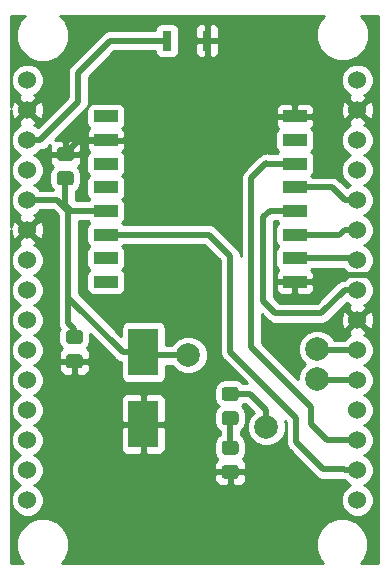
<source format=gbr>
G04 #@! TF.GenerationSoftware,KiCad,Pcbnew,(5.0.0)*
G04 #@! TF.CreationDate,2018-08-05T16:26:20+02:00*
G04 #@! TF.ProjectId,main,6D61696E2E6B696361645F7063620000,rev?*
G04 #@! TF.SameCoordinates,PX6312cb0PY66b4f80*
G04 #@! TF.FileFunction,Copper,L1,Top,Signal*
G04 #@! TF.FilePolarity,Positive*
%FSLAX46Y46*%
G04 Gerber Fmt 4.6, Leading zero omitted, Abs format (unit mm)*
G04 Created by KiCad (PCBNEW (5.0.0)) date 08/05/18 16:26:20*
%MOMM*%
%LPD*%
G01*
G04 APERTURE LIST*
G04 #@! TA.AperFunction,SMDPad,CuDef*
%ADD10R,2.500000X4.000000*%
G04 #@! TD*
G04 #@! TA.AperFunction,Conductor*
%ADD11C,0.100000*%
G04 #@! TD*
G04 #@! TA.AperFunction,SMDPad,CuDef*
%ADD12C,1.150000*%
G04 #@! TD*
G04 #@! TA.AperFunction,ComponentPad*
%ADD13C,1.524000*%
G04 #@! TD*
G04 #@! TA.AperFunction,SMDPad,CuDef*
%ADD14R,2.000000X1.000000*%
G04 #@! TD*
G04 #@! TA.AperFunction,SMDPad,CuDef*
%ADD15R,0.800000X1.700000*%
G04 #@! TD*
G04 #@! TA.AperFunction,ViaPad*
%ADD16C,2.000000*%
G04 #@! TD*
G04 #@! TA.AperFunction,Conductor*
%ADD17C,0.500000*%
G04 #@! TD*
G04 #@! TA.AperFunction,Conductor*
%ADD18C,0.254000*%
G04 #@! TD*
G04 APERTURE END LIST*
D10*
G04 #@! TO.P,C3,1*
G04 #@! TO.N,VCC*
X11938000Y18544000D03*
G04 #@! TO.P,C3,2*
G04 #@! TO.N,GND*
X11938000Y12444000D03*
G04 #@! TD*
D11*
G04 #@! TO.N,GND*
G04 #@! TO.C,C2*
G36*
X6570505Y18344796D02*
X6594773Y18341196D01*
X6618572Y18335235D01*
X6641671Y18326970D01*
X6663850Y18316480D01*
X6684893Y18303868D01*
X6704599Y18289253D01*
X6722777Y18272777D01*
X6739253Y18254599D01*
X6753868Y18234893D01*
X6766480Y18213850D01*
X6776970Y18191671D01*
X6785235Y18168572D01*
X6791196Y18144773D01*
X6794796Y18120505D01*
X6796000Y18096001D01*
X6796000Y17445999D01*
X6794796Y17421495D01*
X6791196Y17397227D01*
X6785235Y17373428D01*
X6776970Y17350329D01*
X6766480Y17328150D01*
X6753868Y17307107D01*
X6739253Y17287401D01*
X6722777Y17269223D01*
X6704599Y17252747D01*
X6684893Y17238132D01*
X6663850Y17225520D01*
X6641671Y17215030D01*
X6618572Y17206765D01*
X6594773Y17200804D01*
X6570505Y17197204D01*
X6546001Y17196000D01*
X5645999Y17196000D01*
X5621495Y17197204D01*
X5597227Y17200804D01*
X5573428Y17206765D01*
X5550329Y17215030D01*
X5528150Y17225520D01*
X5507107Y17238132D01*
X5487401Y17252747D01*
X5469223Y17269223D01*
X5452747Y17287401D01*
X5438132Y17307107D01*
X5425520Y17328150D01*
X5415030Y17350329D01*
X5406765Y17373428D01*
X5400804Y17397227D01*
X5397204Y17421495D01*
X5396000Y17445999D01*
X5396000Y18096001D01*
X5397204Y18120505D01*
X5400804Y18144773D01*
X5406765Y18168572D01*
X5415030Y18191671D01*
X5425520Y18213850D01*
X5438132Y18234893D01*
X5452747Y18254599D01*
X5469223Y18272777D01*
X5487401Y18289253D01*
X5507107Y18303868D01*
X5528150Y18316480D01*
X5550329Y18326970D01*
X5573428Y18335235D01*
X5597227Y18341196D01*
X5621495Y18344796D01*
X5645999Y18346000D01*
X6546001Y18346000D01*
X6570505Y18344796D01*
X6570505Y18344796D01*
G37*
D12*
G04 #@! TD*
G04 #@! TO.P,C2,2*
G04 #@! TO.N,GND*
X6096000Y17771000D03*
D11*
G04 #@! TO.N,VCC*
G04 #@! TO.C,C2*
G36*
X6570505Y20394796D02*
X6594773Y20391196D01*
X6618572Y20385235D01*
X6641671Y20376970D01*
X6663850Y20366480D01*
X6684893Y20353868D01*
X6704599Y20339253D01*
X6722777Y20322777D01*
X6739253Y20304599D01*
X6753868Y20284893D01*
X6766480Y20263850D01*
X6776970Y20241671D01*
X6785235Y20218572D01*
X6791196Y20194773D01*
X6794796Y20170505D01*
X6796000Y20146001D01*
X6796000Y19495999D01*
X6794796Y19471495D01*
X6791196Y19447227D01*
X6785235Y19423428D01*
X6776970Y19400329D01*
X6766480Y19378150D01*
X6753868Y19357107D01*
X6739253Y19337401D01*
X6722777Y19319223D01*
X6704599Y19302747D01*
X6684893Y19288132D01*
X6663850Y19275520D01*
X6641671Y19265030D01*
X6618572Y19256765D01*
X6594773Y19250804D01*
X6570505Y19247204D01*
X6546001Y19246000D01*
X5645999Y19246000D01*
X5621495Y19247204D01*
X5597227Y19250804D01*
X5573428Y19256765D01*
X5550329Y19265030D01*
X5528150Y19275520D01*
X5507107Y19288132D01*
X5487401Y19302747D01*
X5469223Y19319223D01*
X5452747Y19337401D01*
X5438132Y19357107D01*
X5425520Y19378150D01*
X5415030Y19400329D01*
X5406765Y19423428D01*
X5400804Y19447227D01*
X5397204Y19471495D01*
X5396000Y19495999D01*
X5396000Y20146001D01*
X5397204Y20170505D01*
X5400804Y20194773D01*
X5406765Y20218572D01*
X5415030Y20241671D01*
X5425520Y20263850D01*
X5438132Y20284893D01*
X5452747Y20304599D01*
X5469223Y20322777D01*
X5487401Y20339253D01*
X5507107Y20353868D01*
X5528150Y20366480D01*
X5550329Y20376970D01*
X5573428Y20385235D01*
X5597227Y20391196D01*
X5621495Y20394796D01*
X5645999Y20396000D01*
X6546001Y20396000D01*
X6570505Y20394796D01*
X6570505Y20394796D01*
G37*
D12*
G04 #@! TD*
G04 #@! TO.P,C2,1*
G04 #@! TO.N,VCC*
X6096000Y19821000D03*
D11*
G04 #@! TO.N,VCC*
G04 #@! TO.C,C1*
G36*
X5808505Y33838796D02*
X5832773Y33835196D01*
X5856572Y33829235D01*
X5879671Y33820970D01*
X5901850Y33810480D01*
X5922893Y33797868D01*
X5942599Y33783253D01*
X5960777Y33766777D01*
X5977253Y33748599D01*
X5991868Y33728893D01*
X6004480Y33707850D01*
X6014970Y33685671D01*
X6023235Y33662572D01*
X6029196Y33638773D01*
X6032796Y33614505D01*
X6034000Y33590001D01*
X6034000Y32939999D01*
X6032796Y32915495D01*
X6029196Y32891227D01*
X6023235Y32867428D01*
X6014970Y32844329D01*
X6004480Y32822150D01*
X5991868Y32801107D01*
X5977253Y32781401D01*
X5960777Y32763223D01*
X5942599Y32746747D01*
X5922893Y32732132D01*
X5901850Y32719520D01*
X5879671Y32709030D01*
X5856572Y32700765D01*
X5832773Y32694804D01*
X5808505Y32691204D01*
X5784001Y32690000D01*
X4883999Y32690000D01*
X4859495Y32691204D01*
X4835227Y32694804D01*
X4811428Y32700765D01*
X4788329Y32709030D01*
X4766150Y32719520D01*
X4745107Y32732132D01*
X4725401Y32746747D01*
X4707223Y32763223D01*
X4690747Y32781401D01*
X4676132Y32801107D01*
X4663520Y32822150D01*
X4653030Y32844329D01*
X4644765Y32867428D01*
X4638804Y32891227D01*
X4635204Y32915495D01*
X4634000Y32939999D01*
X4634000Y33590001D01*
X4635204Y33614505D01*
X4638804Y33638773D01*
X4644765Y33662572D01*
X4653030Y33685671D01*
X4663520Y33707850D01*
X4676132Y33728893D01*
X4690747Y33748599D01*
X4707223Y33766777D01*
X4725401Y33783253D01*
X4745107Y33797868D01*
X4766150Y33810480D01*
X4788329Y33820970D01*
X4811428Y33829235D01*
X4835227Y33835196D01*
X4859495Y33838796D01*
X4883999Y33840000D01*
X5784001Y33840000D01*
X5808505Y33838796D01*
X5808505Y33838796D01*
G37*
D12*
G04 #@! TD*
G04 #@! TO.P,C1,1*
G04 #@! TO.N,VCC*
X5334000Y33265000D03*
D11*
G04 #@! TO.N,GND*
G04 #@! TO.C,C1*
G36*
X5808505Y35888796D02*
X5832773Y35885196D01*
X5856572Y35879235D01*
X5879671Y35870970D01*
X5901850Y35860480D01*
X5922893Y35847868D01*
X5942599Y35833253D01*
X5960777Y35816777D01*
X5977253Y35798599D01*
X5991868Y35778893D01*
X6004480Y35757850D01*
X6014970Y35735671D01*
X6023235Y35712572D01*
X6029196Y35688773D01*
X6032796Y35664505D01*
X6034000Y35640001D01*
X6034000Y34989999D01*
X6032796Y34965495D01*
X6029196Y34941227D01*
X6023235Y34917428D01*
X6014970Y34894329D01*
X6004480Y34872150D01*
X5991868Y34851107D01*
X5977253Y34831401D01*
X5960777Y34813223D01*
X5942599Y34796747D01*
X5922893Y34782132D01*
X5901850Y34769520D01*
X5879671Y34759030D01*
X5856572Y34750765D01*
X5832773Y34744804D01*
X5808505Y34741204D01*
X5784001Y34740000D01*
X4883999Y34740000D01*
X4859495Y34741204D01*
X4835227Y34744804D01*
X4811428Y34750765D01*
X4788329Y34759030D01*
X4766150Y34769520D01*
X4745107Y34782132D01*
X4725401Y34796747D01*
X4707223Y34813223D01*
X4690747Y34831401D01*
X4676132Y34851107D01*
X4663520Y34872150D01*
X4653030Y34894329D01*
X4644765Y34917428D01*
X4638804Y34941227D01*
X4635204Y34965495D01*
X4634000Y34989999D01*
X4634000Y35640001D01*
X4635204Y35664505D01*
X4638804Y35688773D01*
X4644765Y35712572D01*
X4653030Y35735671D01*
X4663520Y35757850D01*
X4676132Y35778893D01*
X4690747Y35798599D01*
X4707223Y35816777D01*
X4725401Y35833253D01*
X4745107Y35847868D01*
X4766150Y35860480D01*
X4788329Y35870970D01*
X4811428Y35879235D01*
X4835227Y35885196D01*
X4859495Y35888796D01*
X4883999Y35890000D01*
X5784001Y35890000D01*
X5808505Y35888796D01*
X5808505Y35888796D01*
G37*
D12*
G04 #@! TD*
G04 #@! TO.P,C1,2*
G04 #@! TO.N,GND*
X5334000Y35315000D03*
D13*
G04 #@! TO.P,U1,1*
G04 #@! TO.N,Net-(U1-Pad1)*
X2107001Y6020999D03*
G04 #@! TO.P,U1,2*
G04 #@! TO.N,Net-(U1-Pad2)*
X2107001Y8560999D03*
G04 #@! TO.P,U1,3*
G04 #@! TO.N,Net-(U1-Pad3)*
X2107001Y11100999D03*
G04 #@! TO.P,U1,4*
G04 #@! TO.N,Net-(U1-Pad4)*
X2107001Y13640999D03*
G04 #@! TO.P,U1,5*
G04 #@! TO.N,Net-(U1-Pad5)*
X2107001Y16180999D03*
G04 #@! TO.P,U1,6*
G04 #@! TO.N,Net-(U1-Pad6)*
X2107001Y18720999D03*
G04 #@! TO.P,U1,7*
G04 #@! TO.N,Net-(U1-Pad7)*
X2107001Y21260999D03*
G04 #@! TO.P,U1,8*
G04 #@! TO.N,Net-(U1-Pad8)*
X2107001Y23800999D03*
G04 #@! TO.P,U1,9*
G04 #@! TO.N,Net-(U1-Pad9)*
X2107001Y26340999D03*
G04 #@! TO.P,U1,10*
G04 #@! TO.N,GND*
X2107001Y28880999D03*
G04 #@! TO.P,U1,11*
G04 #@! TO.N,VCC*
X2107001Y31420999D03*
G04 #@! TO.P,U1,12*
G04 #@! TO.N,Net-(U1-Pad12)*
X2107001Y33960999D03*
G04 #@! TO.P,U1,13*
G04 #@! TO.N,Net-(S1-Pad2)*
X2107001Y36500999D03*
G04 #@! TO.P,U1,14*
G04 #@! TO.N,GND*
X2107001Y39040999D03*
G04 #@! TO.P,U1,15*
G04 #@! TO.N,Net-(U1-Pad15)*
X2107001Y41580999D03*
G04 #@! TO.P,U1,16*
G04 #@! TO.N,VCC*
X30047001Y41580999D03*
G04 #@! TO.P,U1,17*
G04 #@! TO.N,GND*
X30047001Y39040999D03*
G04 #@! TO.P,U1,18*
G04 #@! TO.N,Net-(U1-Pad18)*
X30047001Y36500999D03*
G04 #@! TO.P,U1,19*
G04 #@! TO.N,Net-(U1-Pad19)*
X30047001Y33960999D03*
G04 #@! TO.P,U1,20*
G04 #@! TO.N,CS*
X30047001Y31420999D03*
G04 #@! TO.P,U1,21*
G04 #@! TO.N,MOSI*
X30047001Y28880999D03*
G04 #@! TO.P,U1,22*
G04 #@! TO.N,MISO*
X30047001Y26340999D03*
G04 #@! TO.P,U1,23*
G04 #@! TO.N,SCK*
X30047001Y23800999D03*
G04 #@! TO.P,U1,24*
G04 #@! TO.N,GND*
X30047001Y21260999D03*
G04 #@! TO.P,U1,25*
G04 #@! TO.N,VCC*
X30047001Y18720999D03*
G04 #@! TO.P,U1,26*
G04 #@! TO.N,Net-(R1-Pad1)*
X30047001Y16180999D03*
G04 #@! TO.P,U1,27*
G04 #@! TO.N,Net-(U1-Pad27)*
X30047001Y13640999D03*
G04 #@! TO.P,U1,28*
G04 #@! TO.N,RESET*
X30047001Y11100999D03*
G04 #@! TO.P,U1,29*
G04 #@! TO.N,INT*
X30047001Y8560999D03*
G04 #@! TO.P,U1,30*
G04 #@! TO.N,Net-(U1-Pad30)*
X30047001Y6020999D03*
G04 #@! TD*
D11*
G04 #@! TO.N,GND*
G04 #@! TO.C,D1*
G36*
X19767381Y8968415D02*
X19791649Y8964815D01*
X19815448Y8958854D01*
X19838547Y8950589D01*
X19860726Y8940099D01*
X19881769Y8927487D01*
X19901475Y8912872D01*
X19919653Y8896396D01*
X19936129Y8878218D01*
X19950744Y8858512D01*
X19963356Y8837469D01*
X19973846Y8815290D01*
X19982111Y8792191D01*
X19988072Y8768392D01*
X19991672Y8744124D01*
X19992876Y8719620D01*
X19992876Y8069618D01*
X19991672Y8045114D01*
X19988072Y8020846D01*
X19982111Y7997047D01*
X19973846Y7973948D01*
X19963356Y7951769D01*
X19950744Y7930726D01*
X19936129Y7911020D01*
X19919653Y7892842D01*
X19901475Y7876366D01*
X19881769Y7861751D01*
X19860726Y7849139D01*
X19838547Y7838649D01*
X19815448Y7830384D01*
X19791649Y7824423D01*
X19767381Y7820823D01*
X19742877Y7819619D01*
X18842875Y7819619D01*
X18818371Y7820823D01*
X18794103Y7824423D01*
X18770304Y7830384D01*
X18747205Y7838649D01*
X18725026Y7849139D01*
X18703983Y7861751D01*
X18684277Y7876366D01*
X18666099Y7892842D01*
X18649623Y7911020D01*
X18635008Y7930726D01*
X18622396Y7951769D01*
X18611906Y7973948D01*
X18603641Y7997047D01*
X18597680Y8020846D01*
X18594080Y8045114D01*
X18592876Y8069618D01*
X18592876Y8719620D01*
X18594080Y8744124D01*
X18597680Y8768392D01*
X18603641Y8792191D01*
X18611906Y8815290D01*
X18622396Y8837469D01*
X18635008Y8858512D01*
X18649623Y8878218D01*
X18666099Y8896396D01*
X18684277Y8912872D01*
X18703983Y8927487D01*
X18725026Y8940099D01*
X18747205Y8950589D01*
X18770304Y8958854D01*
X18794103Y8964815D01*
X18818371Y8968415D01*
X18842875Y8969619D01*
X19742877Y8969619D01*
X19767381Y8968415D01*
X19767381Y8968415D01*
G37*
D12*
G04 #@! TD*
G04 #@! TO.P,D1,1*
G04 #@! TO.N,GND*
X19292876Y8394619D03*
D11*
G04 #@! TO.N,Net-(D1-Pad2)*
G04 #@! TO.C,D1*
G36*
X19767381Y11018415D02*
X19791649Y11014815D01*
X19815448Y11008854D01*
X19838547Y11000589D01*
X19860726Y10990099D01*
X19881769Y10977487D01*
X19901475Y10962872D01*
X19919653Y10946396D01*
X19936129Y10928218D01*
X19950744Y10908512D01*
X19963356Y10887469D01*
X19973846Y10865290D01*
X19982111Y10842191D01*
X19988072Y10818392D01*
X19991672Y10794124D01*
X19992876Y10769620D01*
X19992876Y10119618D01*
X19991672Y10095114D01*
X19988072Y10070846D01*
X19982111Y10047047D01*
X19973846Y10023948D01*
X19963356Y10001769D01*
X19950744Y9980726D01*
X19936129Y9961020D01*
X19919653Y9942842D01*
X19901475Y9926366D01*
X19881769Y9911751D01*
X19860726Y9899139D01*
X19838547Y9888649D01*
X19815448Y9880384D01*
X19791649Y9874423D01*
X19767381Y9870823D01*
X19742877Y9869619D01*
X18842875Y9869619D01*
X18818371Y9870823D01*
X18794103Y9874423D01*
X18770304Y9880384D01*
X18747205Y9888649D01*
X18725026Y9899139D01*
X18703983Y9911751D01*
X18684277Y9926366D01*
X18666099Y9942842D01*
X18649623Y9961020D01*
X18635008Y9980726D01*
X18622396Y10001769D01*
X18611906Y10023948D01*
X18603641Y10047047D01*
X18597680Y10070846D01*
X18594080Y10095114D01*
X18592876Y10119618D01*
X18592876Y10769620D01*
X18594080Y10794124D01*
X18597680Y10818392D01*
X18603641Y10842191D01*
X18611906Y10865290D01*
X18622396Y10887469D01*
X18635008Y10908512D01*
X18649623Y10928218D01*
X18666099Y10946396D01*
X18684277Y10962872D01*
X18703983Y10977487D01*
X18725026Y10990099D01*
X18747205Y11000589D01*
X18770304Y11008854D01*
X18794103Y11014815D01*
X18818371Y11018415D01*
X18842875Y11019619D01*
X19742877Y11019619D01*
X19767381Y11018415D01*
X19767381Y11018415D01*
G37*
D12*
G04 #@! TD*
G04 #@! TO.P,D1,2*
G04 #@! TO.N,Net-(D1-Pad2)*
X19292876Y10444619D03*
D14*
G04 #@! TO.P,U2,1*
G04 #@! TO.N,GND*
X24764000Y24496000D03*
G04 #@! TO.P,U2,2*
G04 #@! TO.N,MISO*
X24764000Y26496000D03*
G04 #@! TO.P,U2,3*
G04 #@! TO.N,MOSI*
X24764000Y28496000D03*
G04 #@! TO.P,U2,4*
G04 #@! TO.N,SCK*
X24764000Y30496000D03*
G04 #@! TO.P,U2,5*
G04 #@! TO.N,CS*
X24764000Y32496000D03*
G04 #@! TO.P,U2,6*
G04 #@! TO.N,RESET*
X24764000Y34496000D03*
G04 #@! TO.P,U2,7*
G04 #@! TO.N,Net-(U2-Pad7)*
X24764000Y36496000D03*
G04 #@! TO.P,U2,8*
G04 #@! TO.N,GND*
X24764000Y38496000D03*
G04 #@! TO.P,U2,9*
G04 #@! TO.N,Net-(U2-Pad9)*
X8764000Y38496000D03*
G04 #@! TO.P,U2,10*
G04 #@! TO.N,GND*
X8764000Y36496000D03*
G04 #@! TO.P,U2,11*
G04 #@! TO.N,Net-(U2-Pad11)*
X8764000Y34496000D03*
G04 #@! TO.P,U2,12*
G04 #@! TO.N,Net-(U2-Pad12)*
X8764000Y32496000D03*
G04 #@! TO.P,U2,13*
G04 #@! TO.N,VCC*
X8764000Y30496000D03*
G04 #@! TO.P,U2,14*
G04 #@! TO.N,INT*
X8764000Y28496000D03*
G04 #@! TO.P,U2,15*
G04 #@! TO.N,Net-(U2-Pad15)*
X8764000Y26496000D03*
G04 #@! TO.P,U2,16*
G04 #@! TO.N,Net-(U2-Pad16)*
X8764000Y24496000D03*
G04 #@! TD*
D11*
G04 #@! TO.N,Net-(R1-Pad1)*
G04 #@! TO.C,R1*
G36*
X19767381Y15581415D02*
X19791649Y15577815D01*
X19815448Y15571854D01*
X19838547Y15563589D01*
X19860726Y15553099D01*
X19881769Y15540487D01*
X19901475Y15525872D01*
X19919653Y15509396D01*
X19936129Y15491218D01*
X19950744Y15471512D01*
X19963356Y15450469D01*
X19973846Y15428290D01*
X19982111Y15405191D01*
X19988072Y15381392D01*
X19991672Y15357124D01*
X19992876Y15332620D01*
X19992876Y14682618D01*
X19991672Y14658114D01*
X19988072Y14633846D01*
X19982111Y14610047D01*
X19973846Y14586948D01*
X19963356Y14564769D01*
X19950744Y14543726D01*
X19936129Y14524020D01*
X19919653Y14505842D01*
X19901475Y14489366D01*
X19881769Y14474751D01*
X19860726Y14462139D01*
X19838547Y14451649D01*
X19815448Y14443384D01*
X19791649Y14437423D01*
X19767381Y14433823D01*
X19742877Y14432619D01*
X18842875Y14432619D01*
X18818371Y14433823D01*
X18794103Y14437423D01*
X18770304Y14443384D01*
X18747205Y14451649D01*
X18725026Y14462139D01*
X18703983Y14474751D01*
X18684277Y14489366D01*
X18666099Y14505842D01*
X18649623Y14524020D01*
X18635008Y14543726D01*
X18622396Y14564769D01*
X18611906Y14586948D01*
X18603641Y14610047D01*
X18597680Y14633846D01*
X18594080Y14658114D01*
X18592876Y14682618D01*
X18592876Y15332620D01*
X18594080Y15357124D01*
X18597680Y15381392D01*
X18603641Y15405191D01*
X18611906Y15428290D01*
X18622396Y15450469D01*
X18635008Y15471512D01*
X18649623Y15491218D01*
X18666099Y15509396D01*
X18684277Y15525872D01*
X18703983Y15540487D01*
X18725026Y15553099D01*
X18747205Y15563589D01*
X18770304Y15571854D01*
X18794103Y15577815D01*
X18818371Y15581415D01*
X18842875Y15582619D01*
X19742877Y15582619D01*
X19767381Y15581415D01*
X19767381Y15581415D01*
G37*
D12*
G04 #@! TD*
G04 #@! TO.P,R1,1*
G04 #@! TO.N,Net-(R1-Pad1)*
X19292876Y15007619D03*
D11*
G04 #@! TO.N,Net-(D1-Pad2)*
G04 #@! TO.C,R1*
G36*
X19767381Y13531415D02*
X19791649Y13527815D01*
X19815448Y13521854D01*
X19838547Y13513589D01*
X19860726Y13503099D01*
X19881769Y13490487D01*
X19901475Y13475872D01*
X19919653Y13459396D01*
X19936129Y13441218D01*
X19950744Y13421512D01*
X19963356Y13400469D01*
X19973846Y13378290D01*
X19982111Y13355191D01*
X19988072Y13331392D01*
X19991672Y13307124D01*
X19992876Y13282620D01*
X19992876Y12632618D01*
X19991672Y12608114D01*
X19988072Y12583846D01*
X19982111Y12560047D01*
X19973846Y12536948D01*
X19963356Y12514769D01*
X19950744Y12493726D01*
X19936129Y12474020D01*
X19919653Y12455842D01*
X19901475Y12439366D01*
X19881769Y12424751D01*
X19860726Y12412139D01*
X19838547Y12401649D01*
X19815448Y12393384D01*
X19791649Y12387423D01*
X19767381Y12383823D01*
X19742877Y12382619D01*
X18842875Y12382619D01*
X18818371Y12383823D01*
X18794103Y12387423D01*
X18770304Y12393384D01*
X18747205Y12401649D01*
X18725026Y12412139D01*
X18703983Y12424751D01*
X18684277Y12439366D01*
X18666099Y12455842D01*
X18649623Y12474020D01*
X18635008Y12493726D01*
X18622396Y12514769D01*
X18611906Y12536948D01*
X18603641Y12560047D01*
X18597680Y12583846D01*
X18594080Y12608114D01*
X18592876Y12632618D01*
X18592876Y13282620D01*
X18594080Y13307124D01*
X18597680Y13331392D01*
X18603641Y13355191D01*
X18611906Y13378290D01*
X18622396Y13400469D01*
X18635008Y13421512D01*
X18649623Y13441218D01*
X18666099Y13459396D01*
X18684277Y13475872D01*
X18703983Y13490487D01*
X18725026Y13503099D01*
X18747205Y13513589D01*
X18770304Y13521854D01*
X18794103Y13527815D01*
X18818371Y13531415D01*
X18842875Y13532619D01*
X19742877Y13532619D01*
X19767381Y13531415D01*
X19767381Y13531415D01*
G37*
D12*
G04 #@! TD*
G04 #@! TO.P,R1,2*
G04 #@! TO.N,Net-(D1-Pad2)*
X19292876Y12957619D03*
D15*
G04 #@! TO.P,S1,1*
G04 #@! TO.N,GND*
X17346400Y44907200D03*
G04 #@! TO.P,S1,2*
G04 #@! TO.N,Net-(S1-Pad2)*
X13946400Y44907200D03*
G04 #@! TD*
D16*
G04 #@! TO.N,Net-(R1-Pad1)*
X26670000Y16256000D03*
X22352000Y12192000D03*
G04 #@! TO.N,VCC*
X26670000Y18796000D03*
X15748000Y18288000D03*
G04 #@! TD*
D17*
G04 #@! TO.N,GND*
X26831000Y25063000D02*
X30817000Y25063000D01*
X24764000Y24496000D02*
X26264000Y24496000D01*
X26264000Y24496000D02*
X26831000Y25063000D01*
X6515000Y36496000D02*
X5334000Y35315000D01*
X8764000Y36496000D02*
X6515000Y36496000D01*
G04 #@! TO.N,Net-(S1-Pad2)*
X2107001Y36500999D02*
X3184631Y36500999D01*
X3184631Y36500999D02*
X6428000Y39744368D01*
X9120400Y44907200D02*
X6428000Y42214800D01*
X13946400Y44907200D02*
X9120400Y44907200D01*
X6428000Y39744368D02*
X6428000Y42214800D01*
G04 #@! TO.N,Net-(R1-Pad1)*
X26745001Y16180999D02*
X26670000Y16256000D01*
X30047001Y16180999D02*
X26745001Y16180999D01*
X20092876Y15007619D02*
X19292876Y15007619D01*
X20950594Y15007619D02*
X20092876Y15007619D01*
X22352000Y13606213D02*
X20950594Y15007619D01*
X22352000Y12192000D02*
X22352000Y13606213D01*
G04 #@! TO.N,Net-(D1-Pad2)*
X19292876Y12957619D02*
X19292876Y10444619D01*
G04 #@! TO.N,MISO*
X29892000Y26496000D02*
X30047001Y26340999D01*
X24764000Y26496000D02*
X29892000Y26496000D01*
G04 #@! TO.N,MOSI*
X29662002Y28496000D02*
X30047001Y28880999D01*
X28969371Y28880999D02*
X28536372Y28448000D01*
X30047001Y28880999D02*
X28969371Y28880999D01*
X28488372Y28496000D02*
X24764000Y28496000D01*
X28536372Y28448000D02*
X28488372Y28496000D01*
G04 #@! TO.N,SCK*
X28969371Y23800999D02*
X27012372Y21844000D01*
X30047001Y23800999D02*
X28969371Y23800999D01*
X27012372Y21844000D02*
X23114000Y21844000D01*
X23114000Y21844000D02*
X22098000Y22860000D01*
X22098000Y22860000D02*
X22098000Y29972000D01*
X22622000Y30496000D02*
X24764000Y30496000D01*
X22098000Y29972000D02*
X22622000Y30496000D01*
G04 #@! TO.N,CS*
X27894370Y32496000D02*
X26924000Y32496000D01*
X28969371Y31420999D02*
X27894370Y32496000D01*
X30047001Y31420999D02*
X28969371Y31420999D01*
X24764000Y32496000D02*
X26924000Y32496000D01*
G04 #@! TO.N,RESET*
X24764000Y34496000D02*
X24264000Y34496000D01*
X21082000Y33274000D02*
X21082000Y30988000D01*
X22352000Y34544000D02*
X21082000Y33274000D01*
X21082000Y31314000D02*
X21082000Y30988000D01*
X22400000Y34496000D02*
X24764000Y34496000D01*
X22352000Y34544000D02*
X22400000Y34496000D01*
X21082000Y18988370D02*
X21082000Y30988000D01*
X26162000Y13908370D02*
X21082000Y18988370D01*
X26162000Y12446000D02*
X26162000Y13908370D01*
X30047001Y11100999D02*
X27507001Y11100999D01*
X27507001Y11100999D02*
X26162000Y12446000D01*
G04 #@! TO.N,VCC*
X2107001Y31420999D02*
X4647001Y31420999D01*
X4647001Y31420999D02*
X5572000Y30496000D01*
X5572000Y23160000D02*
X5572000Y30496000D01*
X10188000Y18544000D02*
X5572000Y23160000D01*
X11938000Y18544000D02*
X10188000Y18544000D01*
X5334000Y31004000D02*
X5842000Y30496000D01*
X5334000Y33265000D02*
X5334000Y31004000D01*
X5572000Y30496000D02*
X5842000Y30496000D01*
X5842000Y30496000D02*
X8764000Y30496000D01*
X30047001Y18720999D02*
X26745001Y18720999D01*
X26745001Y18720999D02*
X26670000Y18796000D01*
X12194000Y18288000D02*
X11938000Y18544000D01*
X15748000Y18288000D02*
X12194000Y18288000D01*
X5572000Y21020000D02*
X5572000Y23160000D01*
X6096000Y20496000D02*
X5572000Y21020000D01*
X6096000Y19821000D02*
X6096000Y20496000D01*
G04 #@! TO.N,INT*
X17478000Y28496000D02*
X8764000Y28496000D01*
X19304000Y26670000D02*
X17478000Y28496000D01*
X19304000Y18542000D02*
X19304000Y26670000D01*
X30047001Y8560999D02*
X28969371Y8560999D01*
X28894370Y8636000D02*
X27178000Y8636000D01*
X27178000Y8636000D02*
X24892000Y10922000D01*
X28969371Y8560999D02*
X28894370Y8636000D01*
X24892000Y10922000D02*
X24892000Y12954000D01*
X24892000Y12954000D02*
X19304000Y18542000D01*
G04 #@! TD*
D18*
G04 #@! TO.N,GND*
G36*
X1508859Y46630426D02*
X1168600Y45808969D01*
X1168600Y44919831D01*
X1508859Y44098374D01*
X2137574Y43469659D01*
X2959031Y43129400D01*
X3848169Y43129400D01*
X4669626Y43469659D01*
X5298341Y44098374D01*
X5638600Y44919831D01*
X5638600Y45808969D01*
X5298341Y46630426D01*
X4886767Y47042000D01*
X27269633Y47042000D01*
X26908859Y46681226D01*
X26568600Y45859769D01*
X26568600Y44970631D01*
X26908859Y44149174D01*
X27537574Y43520459D01*
X28359031Y43180200D01*
X29248169Y43180200D01*
X30069626Y43520459D01*
X30698341Y44149174D01*
X31038600Y44970631D01*
X31038600Y45859769D01*
X30698341Y46681226D01*
X30337567Y47042000D01*
X31802000Y47042000D01*
X31802001Y710000D01*
X30388367Y710000D01*
X30647541Y969174D01*
X30987800Y1790631D01*
X30987800Y2679769D01*
X30647541Y3501226D01*
X30018826Y4129941D01*
X29197369Y4470200D01*
X28308231Y4470200D01*
X27486774Y4129941D01*
X26858059Y3501226D01*
X26517800Y2679769D01*
X26517800Y1790631D01*
X26858059Y969174D01*
X27117233Y710000D01*
X5039167Y710000D01*
X5298341Y969174D01*
X5638600Y1790631D01*
X5638600Y2679769D01*
X5298341Y3501226D01*
X4669626Y4129941D01*
X3848169Y4470200D01*
X2959031Y4470200D01*
X2137574Y4129941D01*
X1508859Y3501226D01*
X1168600Y2679769D01*
X1168600Y1790631D01*
X1508859Y969174D01*
X1768033Y710000D01*
X710000Y710000D01*
X710000Y26618880D01*
X710001Y26618880D01*
X710001Y26063118D01*
X922681Y25549662D01*
X1315664Y25156679D01*
X1522514Y25070999D01*
X1315664Y24985319D01*
X922681Y24592336D01*
X710001Y24078880D01*
X710001Y23523118D01*
X922681Y23009662D01*
X1315664Y22616679D01*
X1522514Y22530999D01*
X1315664Y22445319D01*
X922681Y22052336D01*
X710001Y21538880D01*
X710001Y20983118D01*
X922681Y20469662D01*
X1315664Y20076679D01*
X1522514Y19990999D01*
X1315664Y19905319D01*
X922681Y19512336D01*
X710001Y18998880D01*
X710001Y18443118D01*
X922681Y17929662D01*
X1315664Y17536679D01*
X1522514Y17450999D01*
X1315664Y17365319D01*
X922681Y16972336D01*
X710001Y16458880D01*
X710001Y15903118D01*
X922681Y15389662D01*
X1315664Y14996679D01*
X1522514Y14910999D01*
X1315664Y14825319D01*
X922681Y14432336D01*
X710001Y13918880D01*
X710001Y13363118D01*
X922681Y12849662D01*
X1315664Y12456679D01*
X1522514Y12370999D01*
X1315664Y12285319D01*
X922681Y11892336D01*
X710001Y11378880D01*
X710001Y10823118D01*
X922681Y10309662D01*
X1315664Y9916679D01*
X1522514Y9830999D01*
X1315664Y9745319D01*
X922681Y9352336D01*
X710001Y8838880D01*
X710001Y8283118D01*
X922681Y7769662D01*
X1315664Y7376679D01*
X1522514Y7290999D01*
X1315664Y7205319D01*
X922681Y6812336D01*
X710001Y6298880D01*
X710001Y5743118D01*
X922681Y5229662D01*
X1315664Y4836679D01*
X1829120Y4623999D01*
X2384882Y4623999D01*
X2898338Y4836679D01*
X3291321Y5229662D01*
X3504001Y5743118D01*
X3504001Y6298880D01*
X3291321Y6812336D01*
X2898338Y7205319D01*
X2691488Y7290999D01*
X2898338Y7376679D01*
X3291321Y7769662D01*
X3431824Y8108869D01*
X17957876Y8108869D01*
X17957876Y7693310D01*
X18054549Y7459921D01*
X18233177Y7281292D01*
X18466566Y7184619D01*
X19007126Y7184619D01*
X19165876Y7343369D01*
X19165876Y8267619D01*
X19419876Y8267619D01*
X19419876Y7343369D01*
X19578626Y7184619D01*
X20119186Y7184619D01*
X20352575Y7281292D01*
X20531203Y7459921D01*
X20627876Y7693310D01*
X20627876Y8108869D01*
X20469126Y8267619D01*
X19419876Y8267619D01*
X19165876Y8267619D01*
X18116626Y8267619D01*
X17957876Y8108869D01*
X3431824Y8108869D01*
X3504001Y8283118D01*
X3504001Y8838880D01*
X3291321Y9352336D01*
X2898338Y9745319D01*
X2691488Y9830999D01*
X2898338Y9916679D01*
X3291321Y10309662D01*
X3504001Y10823118D01*
X3504001Y11378880D01*
X3291321Y11892336D01*
X3025407Y12158250D01*
X10053000Y12158250D01*
X10053000Y10317691D01*
X10149673Y10084302D01*
X10328301Y9905673D01*
X10561690Y9809000D01*
X11652250Y9809000D01*
X11811000Y9967750D01*
X11811000Y12317000D01*
X12065000Y12317000D01*
X12065000Y9967750D01*
X12223750Y9809000D01*
X13314310Y9809000D01*
X13547699Y9905673D01*
X13726327Y10084302D01*
X13823000Y10317691D01*
X13823000Y12158250D01*
X13664250Y12317000D01*
X12065000Y12317000D01*
X11811000Y12317000D01*
X10211750Y12317000D01*
X10053000Y12158250D01*
X3025407Y12158250D01*
X2898338Y12285319D01*
X2691488Y12370999D01*
X2898338Y12456679D01*
X3291321Y12849662D01*
X3504001Y13363118D01*
X3504001Y13918880D01*
X3291321Y14432336D01*
X3153348Y14570309D01*
X10053000Y14570309D01*
X10053000Y12729750D01*
X10211750Y12571000D01*
X11811000Y12571000D01*
X11811000Y14920250D01*
X12065000Y14920250D01*
X12065000Y12571000D01*
X13664250Y12571000D01*
X13823000Y12729750D01*
X13823000Y14570309D01*
X13726327Y14803698D01*
X13547699Y14982327D01*
X13314310Y15079000D01*
X12223750Y15079000D01*
X12065000Y14920250D01*
X11811000Y14920250D01*
X11652250Y15079000D01*
X10561690Y15079000D01*
X10328301Y14982327D01*
X10149673Y14803698D01*
X10053000Y14570309D01*
X3153348Y14570309D01*
X2898338Y14825319D01*
X2691488Y14910999D01*
X2898338Y14996679D01*
X3291321Y15389662D01*
X3504001Y15903118D01*
X3504001Y16458880D01*
X3291321Y16972336D01*
X2898338Y17365319D01*
X2691488Y17450999D01*
X2774177Y17485250D01*
X4761000Y17485250D01*
X4761000Y17069691D01*
X4857673Y16836302D01*
X5036301Y16657673D01*
X5269690Y16561000D01*
X5810250Y16561000D01*
X5969000Y16719750D01*
X5969000Y17644000D01*
X6223000Y17644000D01*
X6223000Y16719750D01*
X6381750Y16561000D01*
X6922310Y16561000D01*
X7155699Y16657673D01*
X7334327Y16836302D01*
X7431000Y17069691D01*
X7431000Y17485250D01*
X7272250Y17644000D01*
X6223000Y17644000D01*
X5969000Y17644000D01*
X4919750Y17644000D01*
X4761000Y17485250D01*
X2774177Y17485250D01*
X2898338Y17536679D01*
X3291321Y17929662D01*
X3504001Y18443118D01*
X3504001Y18998880D01*
X3291321Y19512336D01*
X2898338Y19905319D01*
X2691488Y19990999D01*
X2898338Y20076679D01*
X3291321Y20469662D01*
X3504001Y20983118D01*
X3504001Y21538880D01*
X3291321Y22052336D01*
X2898338Y22445319D01*
X2691488Y22530999D01*
X2898338Y22616679D01*
X3291321Y23009662D01*
X3504001Y23523118D01*
X3504001Y24078880D01*
X3291321Y24592336D01*
X2898338Y24985319D01*
X2691488Y25070999D01*
X2898338Y25156679D01*
X3291321Y25549662D01*
X3504001Y26063118D01*
X3504001Y26618880D01*
X3291321Y27132336D01*
X2898338Y27525319D01*
X2707354Y27604427D01*
X2838144Y27658602D01*
X2907609Y27900786D01*
X2107001Y28701394D01*
X1306393Y27900786D01*
X1375858Y27658602D01*
X1516394Y27608464D01*
X1315664Y27525319D01*
X922681Y27132336D01*
X710001Y26618880D01*
X710000Y26618880D01*
X710000Y28846088D01*
X725639Y28533631D01*
X884604Y28149856D01*
X1126788Y28080391D01*
X1927396Y28880999D01*
X2286606Y28880999D01*
X3087214Y28080391D01*
X3329398Y28149856D01*
X3516145Y28673301D01*
X3488363Y29228367D01*
X3329398Y29612142D01*
X3087214Y29681607D01*
X2286606Y28880999D01*
X1927396Y28880999D01*
X1126788Y29681607D01*
X884604Y29612142D01*
X710000Y29122733D01*
X710000Y36778880D01*
X710001Y36778880D01*
X710001Y36223118D01*
X922681Y35709662D01*
X1315664Y35316679D01*
X1522514Y35230999D01*
X1315664Y35145319D01*
X922681Y34752336D01*
X710001Y34238880D01*
X710001Y33683118D01*
X922681Y33169662D01*
X1315664Y32776679D01*
X1522514Y32690999D01*
X1315664Y32605319D01*
X922681Y32212336D01*
X710001Y31698880D01*
X710001Y31143118D01*
X922681Y30629662D01*
X1315664Y30236679D01*
X1506648Y30157571D01*
X1375858Y30103396D01*
X1306393Y29861212D01*
X2107001Y29060604D01*
X2907609Y29861212D01*
X2838144Y30103396D01*
X2697608Y30153534D01*
X2898338Y30236679D01*
X3197658Y30535999D01*
X4280423Y30535999D01*
X4687001Y30129420D01*
X4687000Y23247161D01*
X4669663Y23160000D01*
X4687000Y23072839D01*
X4687000Y23072836D01*
X4687001Y23072831D01*
X4687000Y21107161D01*
X4669663Y21020000D01*
X4687000Y20932839D01*
X4687000Y20932836D01*
X4738348Y20674691D01*
X4839502Y20523303D01*
X4816873Y20489436D01*
X4748560Y20146001D01*
X4748560Y19495999D01*
X4816873Y19152564D01*
X5011414Y18861414D01*
X5012597Y18860623D01*
X4857673Y18705698D01*
X4761000Y18472309D01*
X4761000Y18056750D01*
X4919750Y17898000D01*
X5969000Y17898000D01*
X5969000Y17918000D01*
X6223000Y17918000D01*
X6223000Y17898000D01*
X7272250Y17898000D01*
X7431000Y18056750D01*
X7431000Y18472309D01*
X7334327Y18705698D01*
X7179403Y18860623D01*
X7180586Y18861414D01*
X7375127Y19152564D01*
X7443440Y19495999D01*
X7443440Y20036981D01*
X9500577Y17979844D01*
X9549951Y17905951D01*
X9623844Y17856577D01*
X9623845Y17856576D01*
X9842690Y17710348D01*
X10040560Y17670989D01*
X10040560Y16544000D01*
X10089843Y16296235D01*
X10230191Y16086191D01*
X10440235Y15945843D01*
X10688000Y15896560D01*
X13188000Y15896560D01*
X13435765Y15945843D01*
X13645809Y16086191D01*
X13786157Y16296235D01*
X13835440Y16544000D01*
X13835440Y17403000D01*
X14344868Y17403000D01*
X14361914Y17361847D01*
X14821847Y16901914D01*
X15422778Y16653000D01*
X16073222Y16653000D01*
X16674153Y16901914D01*
X17134086Y17361847D01*
X17383000Y17962778D01*
X17383000Y18613222D01*
X17134086Y19214153D01*
X16674153Y19674086D01*
X16073222Y19923000D01*
X15422778Y19923000D01*
X14821847Y19674086D01*
X14361914Y19214153D01*
X14344868Y19173000D01*
X13835440Y19173000D01*
X13835440Y20544000D01*
X13786157Y20791765D01*
X13645809Y21001809D01*
X13435765Y21142157D01*
X13188000Y21191440D01*
X10688000Y21191440D01*
X10440235Y21142157D01*
X10230191Y21001809D01*
X10089843Y20791765D01*
X10040560Y20544000D01*
X10040560Y19943019D01*
X6457000Y23526578D01*
X6457000Y29611000D01*
X7257541Y29611000D01*
X7306191Y29538191D01*
X7369334Y29496000D01*
X7306191Y29453809D01*
X7165843Y29243765D01*
X7116560Y28996000D01*
X7116560Y27996000D01*
X7165843Y27748235D01*
X7306191Y27538191D01*
X7369334Y27496000D01*
X7306191Y27453809D01*
X7165843Y27243765D01*
X7116560Y26996000D01*
X7116560Y25996000D01*
X7165843Y25748235D01*
X7306191Y25538191D01*
X7369334Y25496000D01*
X7306191Y25453809D01*
X7165843Y25243765D01*
X7116560Y24996000D01*
X7116560Y23996000D01*
X7165843Y23748235D01*
X7306191Y23538191D01*
X7516235Y23397843D01*
X7764000Y23348560D01*
X9764000Y23348560D01*
X10011765Y23397843D01*
X10221809Y23538191D01*
X10362157Y23748235D01*
X10411440Y23996000D01*
X10411440Y24996000D01*
X10362157Y25243765D01*
X10221809Y25453809D01*
X10158666Y25496000D01*
X10221809Y25538191D01*
X10362157Y25748235D01*
X10411440Y25996000D01*
X10411440Y26996000D01*
X10362157Y27243765D01*
X10221809Y27453809D01*
X10158666Y27496000D01*
X10221809Y27538191D01*
X10270459Y27611000D01*
X17111422Y27611000D01*
X18419001Y26303420D01*
X18419000Y18629161D01*
X18401663Y18542000D01*
X18419000Y18454839D01*
X18419000Y18454836D01*
X18470348Y18196691D01*
X18665951Y17903951D01*
X18739847Y17854575D01*
X20701803Y15892619D01*
X20427299Y15892619D01*
X20377462Y15967205D01*
X20086312Y16161746D01*
X19742877Y16230059D01*
X18842875Y16230059D01*
X18499440Y16161746D01*
X18208290Y15967205D01*
X18013749Y15676055D01*
X17945436Y15332620D01*
X17945436Y14682618D01*
X18013749Y14339183D01*
X18208290Y14048033D01*
X18306189Y13982619D01*
X18208290Y13917205D01*
X18013749Y13626055D01*
X17945436Y13282620D01*
X17945436Y12632618D01*
X18013749Y12289183D01*
X18208290Y11998033D01*
X18407876Y11864673D01*
X18407877Y11537565D01*
X18208290Y11404205D01*
X18013749Y11113055D01*
X17945436Y10769620D01*
X17945436Y10119618D01*
X18013749Y9776183D01*
X18208290Y9485033D01*
X18209473Y9484242D01*
X18054549Y9329317D01*
X17957876Y9095928D01*
X17957876Y8680369D01*
X18116626Y8521619D01*
X19165876Y8521619D01*
X19165876Y8541619D01*
X19419876Y8541619D01*
X19419876Y8521619D01*
X20469126Y8521619D01*
X20627876Y8680369D01*
X20627876Y9095928D01*
X20531203Y9329317D01*
X20376279Y9484242D01*
X20377462Y9485033D01*
X20572003Y9776183D01*
X20640316Y10119618D01*
X20640316Y10769620D01*
X20572003Y11113055D01*
X20377462Y11404205D01*
X20177876Y11537565D01*
X20177876Y11864673D01*
X20377462Y11998033D01*
X20572003Y12289183D01*
X20640316Y12632618D01*
X20640316Y13282620D01*
X20572003Y13626055D01*
X20377462Y13917205D01*
X20279563Y13982619D01*
X20377462Y14048033D01*
X20427299Y14122619D01*
X20584016Y14122619D01*
X21277198Y13429437D01*
X20965914Y13118153D01*
X20717000Y12517222D01*
X20717000Y11866778D01*
X20965914Y11265847D01*
X21425847Y10805914D01*
X22026778Y10557000D01*
X22677222Y10557000D01*
X23278153Y10805914D01*
X23738086Y11265847D01*
X23987000Y11866778D01*
X23987000Y12517222D01*
X23923220Y12671202D01*
X24007001Y12587420D01*
X24007000Y11009161D01*
X23989663Y10922000D01*
X24007000Y10834839D01*
X24007000Y10834836D01*
X24058348Y10576691D01*
X24253951Y10283951D01*
X24327847Y10234575D01*
X26490577Y8071844D01*
X26539951Y7997951D01*
X26613844Y7948577D01*
X26613845Y7948576D01*
X26652197Y7922950D01*
X26832690Y7802348D01*
X27090835Y7751000D01*
X27090839Y7751000D01*
X27177999Y7733663D01*
X27265159Y7751000D01*
X28588662Y7751000D01*
X28624061Y7727347D01*
X28882206Y7675999D01*
X28882211Y7675999D01*
X28969370Y7658662D01*
X28972966Y7659377D01*
X29255664Y7376679D01*
X29462514Y7290999D01*
X29255664Y7205319D01*
X28862681Y6812336D01*
X28650001Y6298880D01*
X28650001Y5743118D01*
X28862681Y5229662D01*
X29255664Y4836679D01*
X29769120Y4623999D01*
X30324882Y4623999D01*
X30838338Y4836679D01*
X31231321Y5229662D01*
X31444001Y5743118D01*
X31444001Y6298880D01*
X31231321Y6812336D01*
X30838338Y7205319D01*
X30631488Y7290999D01*
X30838338Y7376679D01*
X31231321Y7769662D01*
X31444001Y8283118D01*
X31444001Y8838880D01*
X31231321Y9352336D01*
X30838338Y9745319D01*
X30631488Y9830999D01*
X30838338Y9916679D01*
X31231321Y10309662D01*
X31444001Y10823118D01*
X31444001Y11378880D01*
X31231321Y11892336D01*
X30838338Y12285319D01*
X30631488Y12370999D01*
X30838338Y12456679D01*
X31231321Y12849662D01*
X31444001Y13363118D01*
X31444001Y13918880D01*
X31231321Y14432336D01*
X30838338Y14825319D01*
X30631488Y14910999D01*
X30838338Y14996679D01*
X31231321Y15389662D01*
X31444001Y15903118D01*
X31444001Y16458880D01*
X31231321Y16972336D01*
X30838338Y17365319D01*
X30631488Y17450999D01*
X30838338Y17536679D01*
X31231321Y17929662D01*
X31444001Y18443118D01*
X31444001Y18998880D01*
X31231321Y19512336D01*
X30838338Y19905319D01*
X30647354Y19984427D01*
X30778144Y20038602D01*
X30847609Y20280786D01*
X30047001Y21081394D01*
X29246393Y20280786D01*
X29315858Y20038602D01*
X29456394Y19988464D01*
X29255664Y19905319D01*
X28956344Y19605999D01*
X28104199Y19605999D01*
X28056086Y19722153D01*
X27596153Y20182086D01*
X26995222Y20431000D01*
X26344778Y20431000D01*
X25743847Y20182086D01*
X25283914Y19722153D01*
X25035000Y19121222D01*
X25035000Y18470778D01*
X25283914Y17869847D01*
X25627761Y17526000D01*
X25283914Y17182153D01*
X25035000Y16581222D01*
X25035000Y16286949D01*
X21967000Y19354948D01*
X21967000Y21739422D01*
X22426577Y21279844D01*
X22475951Y21205951D01*
X22549844Y21156577D01*
X22549845Y21156576D01*
X22754245Y21020000D01*
X22768690Y21010348D01*
X23026835Y20959000D01*
X23026839Y20959000D01*
X23114000Y20941663D01*
X23201161Y20959000D01*
X26925211Y20959000D01*
X27012372Y20941663D01*
X27099533Y20959000D01*
X27099537Y20959000D01*
X27357682Y21010348D01*
X27650421Y21205951D01*
X27699797Y21279847D01*
X27888647Y21468697D01*
X28637857Y21468697D01*
X28665639Y20913631D01*
X28824604Y20529856D01*
X29066788Y20460391D01*
X29867396Y21260999D01*
X30226606Y21260999D01*
X31027214Y20460391D01*
X31269398Y20529856D01*
X31456145Y21053301D01*
X31428363Y21608367D01*
X31269398Y21992142D01*
X31027214Y22061607D01*
X30226606Y21260999D01*
X29867396Y21260999D01*
X29066788Y22061607D01*
X28824604Y21992142D01*
X28637857Y21468697D01*
X27888647Y21468697D01*
X29146147Y22726196D01*
X29255664Y22616679D01*
X29446648Y22537571D01*
X29315858Y22483396D01*
X29246393Y22241212D01*
X30047001Y21440604D01*
X30847609Y22241212D01*
X30778144Y22483396D01*
X30637608Y22533534D01*
X30838338Y22616679D01*
X31231321Y23009662D01*
X31444001Y23523118D01*
X31444001Y24078880D01*
X31231321Y24592336D01*
X30838338Y24985319D01*
X30631488Y25070999D01*
X30838338Y25156679D01*
X31231321Y25549662D01*
X31444001Y26063118D01*
X31444001Y26618880D01*
X31231321Y27132336D01*
X30838338Y27525319D01*
X30631488Y27610999D01*
X30838338Y27696679D01*
X31231321Y28089662D01*
X31444001Y28603118D01*
X31444001Y29158880D01*
X31231321Y29672336D01*
X30838338Y30065319D01*
X30631488Y30150999D01*
X30838338Y30236679D01*
X31231321Y30629662D01*
X31444001Y31143118D01*
X31444001Y31698880D01*
X31231321Y32212336D01*
X30838338Y32605319D01*
X30631488Y32690999D01*
X30838338Y32776679D01*
X31231321Y33169662D01*
X31444001Y33683118D01*
X31444001Y34238880D01*
X31231321Y34752336D01*
X30838338Y35145319D01*
X30631488Y35230999D01*
X30838338Y35316679D01*
X31231321Y35709662D01*
X31444001Y36223118D01*
X31444001Y36778880D01*
X31231321Y37292336D01*
X30838338Y37685319D01*
X30647354Y37764427D01*
X30778144Y37818602D01*
X30847609Y38060786D01*
X30047001Y38861394D01*
X29246393Y38060786D01*
X29315858Y37818602D01*
X29456394Y37768464D01*
X29255664Y37685319D01*
X28862681Y37292336D01*
X28650001Y36778880D01*
X28650001Y36223118D01*
X28862681Y35709662D01*
X29255664Y35316679D01*
X29462514Y35230999D01*
X29255664Y35145319D01*
X28862681Y34752336D01*
X28650001Y34238880D01*
X28650001Y33683118D01*
X28862681Y33169662D01*
X29255664Y32776679D01*
X29462514Y32690999D01*
X29255664Y32605319D01*
X29146147Y32495802D01*
X28581795Y33060153D01*
X28532419Y33134049D01*
X28239680Y33329652D01*
X27981535Y33381000D01*
X27981531Y33381000D01*
X27894370Y33398337D01*
X27807209Y33381000D01*
X26270459Y33381000D01*
X26221809Y33453809D01*
X26158666Y33496000D01*
X26221809Y33538191D01*
X26362157Y33748235D01*
X26411440Y33996000D01*
X26411440Y34996000D01*
X26362157Y35243765D01*
X26221809Y35453809D01*
X26158666Y35496000D01*
X26221809Y35538191D01*
X26362157Y35748235D01*
X26411440Y35996000D01*
X26411440Y36996000D01*
X26362157Y37243765D01*
X26221809Y37453809D01*
X26160680Y37494655D01*
X26302327Y37636301D01*
X26399000Y37869690D01*
X26399000Y38210250D01*
X26240250Y38369000D01*
X24891000Y38369000D01*
X24891000Y38349000D01*
X24637000Y38349000D01*
X24637000Y38369000D01*
X23287750Y38369000D01*
X23129000Y38210250D01*
X23129000Y37869690D01*
X23225673Y37636301D01*
X23367320Y37494655D01*
X23306191Y37453809D01*
X23165843Y37243765D01*
X23116560Y36996000D01*
X23116560Y35996000D01*
X23165843Y35748235D01*
X23306191Y35538191D01*
X23369334Y35496000D01*
X23306191Y35453809D01*
X23257541Y35381000D01*
X22680477Y35381000D01*
X22352000Y35446337D01*
X22351999Y35446337D01*
X22266259Y35429282D01*
X22006691Y35377652D01*
X22006690Y35377651D01*
X22006689Y35377651D01*
X21787845Y35231424D01*
X21787843Y35231422D01*
X21713951Y35182049D01*
X21664577Y35108156D01*
X20517847Y33961425D01*
X20443951Y33912049D01*
X20248348Y33619309D01*
X20197000Y33361164D01*
X20197000Y33361161D01*
X20179663Y33274000D01*
X20197000Y33186839D01*
X20197001Y31401168D01*
X20197000Y31401164D01*
X20197000Y30900835D01*
X20197001Y30900830D01*
X20197001Y26716938D01*
X20189000Y26757161D01*
X20189000Y26757165D01*
X20137652Y27015310D01*
X19942049Y27308049D01*
X19868156Y27357423D01*
X18165424Y29060154D01*
X18116049Y29134049D01*
X17823310Y29329652D01*
X17565165Y29381000D01*
X17565161Y29381000D01*
X17478000Y29398337D01*
X17390839Y29381000D01*
X10270459Y29381000D01*
X10221809Y29453809D01*
X10158666Y29496000D01*
X10221809Y29538191D01*
X10362157Y29748235D01*
X10411440Y29996000D01*
X10411440Y30996000D01*
X10362157Y31243765D01*
X10221809Y31453809D01*
X10158666Y31496000D01*
X10221809Y31538191D01*
X10362157Y31748235D01*
X10411440Y31996000D01*
X10411440Y32996000D01*
X10362157Y33243765D01*
X10221809Y33453809D01*
X10158666Y33496000D01*
X10221809Y33538191D01*
X10362157Y33748235D01*
X10411440Y33996000D01*
X10411440Y34996000D01*
X10362157Y35243765D01*
X10221809Y35453809D01*
X10160680Y35494655D01*
X10302327Y35636301D01*
X10399000Y35869690D01*
X10399000Y36210250D01*
X10240250Y36369000D01*
X8891000Y36369000D01*
X8891000Y36349000D01*
X8637000Y36349000D01*
X8637000Y36369000D01*
X7287750Y36369000D01*
X7129000Y36210250D01*
X7129000Y35869690D01*
X7225673Y35636301D01*
X7367320Y35494655D01*
X7306191Y35453809D01*
X7165843Y35243765D01*
X7116560Y34996000D01*
X7116560Y33996000D01*
X7165843Y33748235D01*
X7306191Y33538191D01*
X7369334Y33496000D01*
X7306191Y33453809D01*
X7165843Y33243765D01*
X7116560Y32996000D01*
X7116560Y31996000D01*
X7165843Y31748235D01*
X7306191Y31538191D01*
X7369334Y31496000D01*
X7306191Y31453809D01*
X7257541Y31381000D01*
X6219000Y31381000D01*
X6219000Y32172054D01*
X6418586Y32305414D01*
X6613127Y32596564D01*
X6681440Y32939999D01*
X6681440Y33590001D01*
X6613127Y33933436D01*
X6418586Y34224586D01*
X6417403Y34225377D01*
X6572327Y34380302D01*
X6669000Y34613691D01*
X6669000Y35029250D01*
X6510250Y35188000D01*
X5461000Y35188000D01*
X5461000Y35168000D01*
X5207000Y35168000D01*
X5207000Y35188000D01*
X4157750Y35188000D01*
X3999000Y35029250D01*
X3999000Y34613691D01*
X4095673Y34380302D01*
X4250597Y34225377D01*
X4249414Y34224586D01*
X4054873Y33933436D01*
X3986560Y33590001D01*
X3986560Y32939999D01*
X4054873Y32596564D01*
X4249023Y32305999D01*
X3197658Y32305999D01*
X2898338Y32605319D01*
X2691488Y32690999D01*
X2898338Y32776679D01*
X3291321Y33169662D01*
X3504001Y33683118D01*
X3504001Y34238880D01*
X3291321Y34752336D01*
X2898338Y35145319D01*
X2691488Y35230999D01*
X2898338Y35316679D01*
X3181036Y35599377D01*
X3184631Y35598662D01*
X3271792Y35615999D01*
X3271796Y35615999D01*
X3529941Y35667347D01*
X3822680Y35862950D01*
X3872056Y35936846D01*
X4032574Y36097364D01*
X3999000Y36016309D01*
X3999000Y35600750D01*
X4157750Y35442000D01*
X5207000Y35442000D01*
X5207000Y36366250D01*
X5461000Y36366250D01*
X5461000Y35442000D01*
X6510250Y35442000D01*
X6669000Y35600750D01*
X6669000Y36016309D01*
X6572327Y36249698D01*
X6393699Y36428327D01*
X6160310Y36525000D01*
X5619750Y36525000D01*
X5461000Y36366250D01*
X5207000Y36366250D01*
X5048250Y36525000D01*
X4507690Y36525000D01*
X4426637Y36491427D01*
X6931210Y38996000D01*
X7116560Y38996000D01*
X7116560Y37996000D01*
X7165843Y37748235D01*
X7306191Y37538191D01*
X7367320Y37497345D01*
X7225673Y37355699D01*
X7129000Y37122310D01*
X7129000Y36781750D01*
X7287750Y36623000D01*
X8637000Y36623000D01*
X8637000Y36643000D01*
X8891000Y36643000D01*
X8891000Y36623000D01*
X10240250Y36623000D01*
X10399000Y36781750D01*
X10399000Y37122310D01*
X10302327Y37355699D01*
X10160680Y37497345D01*
X10221809Y37538191D01*
X10362157Y37748235D01*
X10411440Y37996000D01*
X10411440Y38996000D01*
X10386316Y39122310D01*
X23129000Y39122310D01*
X23129000Y38781750D01*
X23287750Y38623000D01*
X24637000Y38623000D01*
X24637000Y39472250D01*
X24891000Y39472250D01*
X24891000Y38623000D01*
X26240250Y38623000D01*
X26399000Y38781750D01*
X26399000Y39122310D01*
X26346649Y39248697D01*
X28637857Y39248697D01*
X28665639Y38693631D01*
X28824604Y38309856D01*
X29066788Y38240391D01*
X29867396Y39040999D01*
X30226606Y39040999D01*
X31027214Y38240391D01*
X31269398Y38309856D01*
X31456145Y38833301D01*
X31428363Y39388367D01*
X31269398Y39772142D01*
X31027214Y39841607D01*
X30226606Y39040999D01*
X29867396Y39040999D01*
X29066788Y39841607D01*
X28824604Y39772142D01*
X28637857Y39248697D01*
X26346649Y39248697D01*
X26302327Y39355699D01*
X26123698Y39534327D01*
X25890309Y39631000D01*
X25049750Y39631000D01*
X24891000Y39472250D01*
X24637000Y39472250D01*
X24478250Y39631000D01*
X23637691Y39631000D01*
X23404302Y39534327D01*
X23225673Y39355699D01*
X23129000Y39122310D01*
X10386316Y39122310D01*
X10362157Y39243765D01*
X10221809Y39453809D01*
X10011765Y39594157D01*
X9764000Y39643440D01*
X7764000Y39643440D01*
X7516235Y39594157D01*
X7306191Y39453809D01*
X7165843Y39243765D01*
X7116560Y38996000D01*
X6931210Y38996000D01*
X6992156Y39056945D01*
X7066049Y39106319D01*
X7161184Y39248697D01*
X7261651Y39399057D01*
X7261652Y39399058D01*
X7313000Y39657203D01*
X7313000Y39657207D01*
X7330337Y39744367D01*
X7313000Y39831527D01*
X7313000Y41848222D01*
X7323658Y41858880D01*
X28650001Y41858880D01*
X28650001Y41303118D01*
X28862681Y40789662D01*
X29255664Y40396679D01*
X29446648Y40317571D01*
X29315858Y40263396D01*
X29246393Y40021212D01*
X30047001Y39220604D01*
X30847609Y40021212D01*
X30778144Y40263396D01*
X30637608Y40313534D01*
X30838338Y40396679D01*
X31231321Y40789662D01*
X31444001Y41303118D01*
X31444001Y41858880D01*
X31231321Y42372336D01*
X30838338Y42765319D01*
X30324882Y42977999D01*
X29769120Y42977999D01*
X29255664Y42765319D01*
X28862681Y42372336D01*
X28650001Y41858880D01*
X7323658Y41858880D01*
X9486979Y44022200D01*
X12905922Y44022200D01*
X12948243Y43809435D01*
X13088591Y43599391D01*
X13298635Y43459043D01*
X13546400Y43409760D01*
X14346400Y43409760D01*
X14594165Y43459043D01*
X14804209Y43599391D01*
X14944557Y43809435D01*
X14993840Y44057200D01*
X14993840Y44621450D01*
X16311400Y44621450D01*
X16311400Y43930890D01*
X16408073Y43697501D01*
X16586702Y43518873D01*
X16820091Y43422200D01*
X17060650Y43422200D01*
X17219400Y43580950D01*
X17219400Y44780200D01*
X17473400Y44780200D01*
X17473400Y43580950D01*
X17632150Y43422200D01*
X17872709Y43422200D01*
X18106098Y43518873D01*
X18284727Y43697501D01*
X18381400Y43930890D01*
X18381400Y44621450D01*
X18222650Y44780200D01*
X17473400Y44780200D01*
X17219400Y44780200D01*
X16470150Y44780200D01*
X16311400Y44621450D01*
X14993840Y44621450D01*
X14993840Y45757200D01*
X14968716Y45883510D01*
X16311400Y45883510D01*
X16311400Y45192950D01*
X16470150Y45034200D01*
X17219400Y45034200D01*
X17219400Y46233450D01*
X17473400Y46233450D01*
X17473400Y45034200D01*
X18222650Y45034200D01*
X18381400Y45192950D01*
X18381400Y45883510D01*
X18284727Y46116899D01*
X18106098Y46295527D01*
X17872709Y46392200D01*
X17632150Y46392200D01*
X17473400Y46233450D01*
X17219400Y46233450D01*
X17060650Y46392200D01*
X16820091Y46392200D01*
X16586702Y46295527D01*
X16408073Y46116899D01*
X16311400Y45883510D01*
X14968716Y45883510D01*
X14944557Y46004965D01*
X14804209Y46215009D01*
X14594165Y46355357D01*
X14346400Y46404640D01*
X13546400Y46404640D01*
X13298635Y46355357D01*
X13088591Y46215009D01*
X12948243Y46004965D01*
X12905922Y45792200D01*
X9207561Y45792200D01*
X9120400Y45809537D01*
X9033239Y45792200D01*
X9033235Y45792200D01*
X8775090Y45740852D01*
X8556245Y45594624D01*
X8556244Y45594623D01*
X8482351Y45545249D01*
X8432977Y45471356D01*
X5863845Y42902223D01*
X5789952Y42852849D01*
X5740578Y42778956D01*
X5740576Y42778954D01*
X5594348Y42560109D01*
X5525663Y42214800D01*
X5543001Y42127635D01*
X5543000Y40110947D01*
X3007855Y37575802D01*
X2898338Y37685319D01*
X2707354Y37764427D01*
X2838144Y37818602D01*
X2907609Y38060786D01*
X2107001Y38861394D01*
X1306393Y38060786D01*
X1375858Y37818602D01*
X1516394Y37768464D01*
X1315664Y37685319D01*
X922681Y37292336D01*
X710001Y36778880D01*
X710000Y36778880D01*
X710000Y39006088D01*
X725639Y38693631D01*
X884604Y38309856D01*
X1126788Y38240391D01*
X1927396Y39040999D01*
X2286606Y39040999D01*
X3087214Y38240391D01*
X3329398Y38309856D01*
X3516145Y38833301D01*
X3488363Y39388367D01*
X3329398Y39772142D01*
X3087214Y39841607D01*
X2286606Y39040999D01*
X1927396Y39040999D01*
X1126788Y39841607D01*
X884604Y39772142D01*
X710000Y39282733D01*
X710000Y41858880D01*
X710001Y41858880D01*
X710001Y41303118D01*
X922681Y40789662D01*
X1315664Y40396679D01*
X1506648Y40317571D01*
X1375858Y40263396D01*
X1306393Y40021212D01*
X2107001Y39220604D01*
X2907609Y40021212D01*
X2838144Y40263396D01*
X2697608Y40313534D01*
X2898338Y40396679D01*
X3291321Y40789662D01*
X3504001Y41303118D01*
X3504001Y41858880D01*
X3291321Y42372336D01*
X2898338Y42765319D01*
X2384882Y42977999D01*
X1829120Y42977999D01*
X1315664Y42765319D01*
X922681Y42372336D01*
X710001Y41858880D01*
X710000Y41858880D01*
X710000Y47042000D01*
X1920433Y47042000D01*
X1508859Y46630426D01*
X1508859Y46630426D01*
G37*
X1508859Y46630426D02*
X1168600Y45808969D01*
X1168600Y44919831D01*
X1508859Y44098374D01*
X2137574Y43469659D01*
X2959031Y43129400D01*
X3848169Y43129400D01*
X4669626Y43469659D01*
X5298341Y44098374D01*
X5638600Y44919831D01*
X5638600Y45808969D01*
X5298341Y46630426D01*
X4886767Y47042000D01*
X27269633Y47042000D01*
X26908859Y46681226D01*
X26568600Y45859769D01*
X26568600Y44970631D01*
X26908859Y44149174D01*
X27537574Y43520459D01*
X28359031Y43180200D01*
X29248169Y43180200D01*
X30069626Y43520459D01*
X30698341Y44149174D01*
X31038600Y44970631D01*
X31038600Y45859769D01*
X30698341Y46681226D01*
X30337567Y47042000D01*
X31802000Y47042000D01*
X31802001Y710000D01*
X30388367Y710000D01*
X30647541Y969174D01*
X30987800Y1790631D01*
X30987800Y2679769D01*
X30647541Y3501226D01*
X30018826Y4129941D01*
X29197369Y4470200D01*
X28308231Y4470200D01*
X27486774Y4129941D01*
X26858059Y3501226D01*
X26517800Y2679769D01*
X26517800Y1790631D01*
X26858059Y969174D01*
X27117233Y710000D01*
X5039167Y710000D01*
X5298341Y969174D01*
X5638600Y1790631D01*
X5638600Y2679769D01*
X5298341Y3501226D01*
X4669626Y4129941D01*
X3848169Y4470200D01*
X2959031Y4470200D01*
X2137574Y4129941D01*
X1508859Y3501226D01*
X1168600Y2679769D01*
X1168600Y1790631D01*
X1508859Y969174D01*
X1768033Y710000D01*
X710000Y710000D01*
X710000Y26618880D01*
X710001Y26618880D01*
X710001Y26063118D01*
X922681Y25549662D01*
X1315664Y25156679D01*
X1522514Y25070999D01*
X1315664Y24985319D01*
X922681Y24592336D01*
X710001Y24078880D01*
X710001Y23523118D01*
X922681Y23009662D01*
X1315664Y22616679D01*
X1522514Y22530999D01*
X1315664Y22445319D01*
X922681Y22052336D01*
X710001Y21538880D01*
X710001Y20983118D01*
X922681Y20469662D01*
X1315664Y20076679D01*
X1522514Y19990999D01*
X1315664Y19905319D01*
X922681Y19512336D01*
X710001Y18998880D01*
X710001Y18443118D01*
X922681Y17929662D01*
X1315664Y17536679D01*
X1522514Y17450999D01*
X1315664Y17365319D01*
X922681Y16972336D01*
X710001Y16458880D01*
X710001Y15903118D01*
X922681Y15389662D01*
X1315664Y14996679D01*
X1522514Y14910999D01*
X1315664Y14825319D01*
X922681Y14432336D01*
X710001Y13918880D01*
X710001Y13363118D01*
X922681Y12849662D01*
X1315664Y12456679D01*
X1522514Y12370999D01*
X1315664Y12285319D01*
X922681Y11892336D01*
X710001Y11378880D01*
X710001Y10823118D01*
X922681Y10309662D01*
X1315664Y9916679D01*
X1522514Y9830999D01*
X1315664Y9745319D01*
X922681Y9352336D01*
X710001Y8838880D01*
X710001Y8283118D01*
X922681Y7769662D01*
X1315664Y7376679D01*
X1522514Y7290999D01*
X1315664Y7205319D01*
X922681Y6812336D01*
X710001Y6298880D01*
X710001Y5743118D01*
X922681Y5229662D01*
X1315664Y4836679D01*
X1829120Y4623999D01*
X2384882Y4623999D01*
X2898338Y4836679D01*
X3291321Y5229662D01*
X3504001Y5743118D01*
X3504001Y6298880D01*
X3291321Y6812336D01*
X2898338Y7205319D01*
X2691488Y7290999D01*
X2898338Y7376679D01*
X3291321Y7769662D01*
X3431824Y8108869D01*
X17957876Y8108869D01*
X17957876Y7693310D01*
X18054549Y7459921D01*
X18233177Y7281292D01*
X18466566Y7184619D01*
X19007126Y7184619D01*
X19165876Y7343369D01*
X19165876Y8267619D01*
X19419876Y8267619D01*
X19419876Y7343369D01*
X19578626Y7184619D01*
X20119186Y7184619D01*
X20352575Y7281292D01*
X20531203Y7459921D01*
X20627876Y7693310D01*
X20627876Y8108869D01*
X20469126Y8267619D01*
X19419876Y8267619D01*
X19165876Y8267619D01*
X18116626Y8267619D01*
X17957876Y8108869D01*
X3431824Y8108869D01*
X3504001Y8283118D01*
X3504001Y8838880D01*
X3291321Y9352336D01*
X2898338Y9745319D01*
X2691488Y9830999D01*
X2898338Y9916679D01*
X3291321Y10309662D01*
X3504001Y10823118D01*
X3504001Y11378880D01*
X3291321Y11892336D01*
X3025407Y12158250D01*
X10053000Y12158250D01*
X10053000Y10317691D01*
X10149673Y10084302D01*
X10328301Y9905673D01*
X10561690Y9809000D01*
X11652250Y9809000D01*
X11811000Y9967750D01*
X11811000Y12317000D01*
X12065000Y12317000D01*
X12065000Y9967750D01*
X12223750Y9809000D01*
X13314310Y9809000D01*
X13547699Y9905673D01*
X13726327Y10084302D01*
X13823000Y10317691D01*
X13823000Y12158250D01*
X13664250Y12317000D01*
X12065000Y12317000D01*
X11811000Y12317000D01*
X10211750Y12317000D01*
X10053000Y12158250D01*
X3025407Y12158250D01*
X2898338Y12285319D01*
X2691488Y12370999D01*
X2898338Y12456679D01*
X3291321Y12849662D01*
X3504001Y13363118D01*
X3504001Y13918880D01*
X3291321Y14432336D01*
X3153348Y14570309D01*
X10053000Y14570309D01*
X10053000Y12729750D01*
X10211750Y12571000D01*
X11811000Y12571000D01*
X11811000Y14920250D01*
X12065000Y14920250D01*
X12065000Y12571000D01*
X13664250Y12571000D01*
X13823000Y12729750D01*
X13823000Y14570309D01*
X13726327Y14803698D01*
X13547699Y14982327D01*
X13314310Y15079000D01*
X12223750Y15079000D01*
X12065000Y14920250D01*
X11811000Y14920250D01*
X11652250Y15079000D01*
X10561690Y15079000D01*
X10328301Y14982327D01*
X10149673Y14803698D01*
X10053000Y14570309D01*
X3153348Y14570309D01*
X2898338Y14825319D01*
X2691488Y14910999D01*
X2898338Y14996679D01*
X3291321Y15389662D01*
X3504001Y15903118D01*
X3504001Y16458880D01*
X3291321Y16972336D01*
X2898338Y17365319D01*
X2691488Y17450999D01*
X2774177Y17485250D01*
X4761000Y17485250D01*
X4761000Y17069691D01*
X4857673Y16836302D01*
X5036301Y16657673D01*
X5269690Y16561000D01*
X5810250Y16561000D01*
X5969000Y16719750D01*
X5969000Y17644000D01*
X6223000Y17644000D01*
X6223000Y16719750D01*
X6381750Y16561000D01*
X6922310Y16561000D01*
X7155699Y16657673D01*
X7334327Y16836302D01*
X7431000Y17069691D01*
X7431000Y17485250D01*
X7272250Y17644000D01*
X6223000Y17644000D01*
X5969000Y17644000D01*
X4919750Y17644000D01*
X4761000Y17485250D01*
X2774177Y17485250D01*
X2898338Y17536679D01*
X3291321Y17929662D01*
X3504001Y18443118D01*
X3504001Y18998880D01*
X3291321Y19512336D01*
X2898338Y19905319D01*
X2691488Y19990999D01*
X2898338Y20076679D01*
X3291321Y20469662D01*
X3504001Y20983118D01*
X3504001Y21538880D01*
X3291321Y22052336D01*
X2898338Y22445319D01*
X2691488Y22530999D01*
X2898338Y22616679D01*
X3291321Y23009662D01*
X3504001Y23523118D01*
X3504001Y24078880D01*
X3291321Y24592336D01*
X2898338Y24985319D01*
X2691488Y25070999D01*
X2898338Y25156679D01*
X3291321Y25549662D01*
X3504001Y26063118D01*
X3504001Y26618880D01*
X3291321Y27132336D01*
X2898338Y27525319D01*
X2707354Y27604427D01*
X2838144Y27658602D01*
X2907609Y27900786D01*
X2107001Y28701394D01*
X1306393Y27900786D01*
X1375858Y27658602D01*
X1516394Y27608464D01*
X1315664Y27525319D01*
X922681Y27132336D01*
X710001Y26618880D01*
X710000Y26618880D01*
X710000Y28846088D01*
X725639Y28533631D01*
X884604Y28149856D01*
X1126788Y28080391D01*
X1927396Y28880999D01*
X2286606Y28880999D01*
X3087214Y28080391D01*
X3329398Y28149856D01*
X3516145Y28673301D01*
X3488363Y29228367D01*
X3329398Y29612142D01*
X3087214Y29681607D01*
X2286606Y28880999D01*
X1927396Y28880999D01*
X1126788Y29681607D01*
X884604Y29612142D01*
X710000Y29122733D01*
X710000Y36778880D01*
X710001Y36778880D01*
X710001Y36223118D01*
X922681Y35709662D01*
X1315664Y35316679D01*
X1522514Y35230999D01*
X1315664Y35145319D01*
X922681Y34752336D01*
X710001Y34238880D01*
X710001Y33683118D01*
X922681Y33169662D01*
X1315664Y32776679D01*
X1522514Y32690999D01*
X1315664Y32605319D01*
X922681Y32212336D01*
X710001Y31698880D01*
X710001Y31143118D01*
X922681Y30629662D01*
X1315664Y30236679D01*
X1506648Y30157571D01*
X1375858Y30103396D01*
X1306393Y29861212D01*
X2107001Y29060604D01*
X2907609Y29861212D01*
X2838144Y30103396D01*
X2697608Y30153534D01*
X2898338Y30236679D01*
X3197658Y30535999D01*
X4280423Y30535999D01*
X4687001Y30129420D01*
X4687000Y23247161D01*
X4669663Y23160000D01*
X4687000Y23072839D01*
X4687000Y23072836D01*
X4687001Y23072831D01*
X4687000Y21107161D01*
X4669663Y21020000D01*
X4687000Y20932839D01*
X4687000Y20932836D01*
X4738348Y20674691D01*
X4839502Y20523303D01*
X4816873Y20489436D01*
X4748560Y20146001D01*
X4748560Y19495999D01*
X4816873Y19152564D01*
X5011414Y18861414D01*
X5012597Y18860623D01*
X4857673Y18705698D01*
X4761000Y18472309D01*
X4761000Y18056750D01*
X4919750Y17898000D01*
X5969000Y17898000D01*
X5969000Y17918000D01*
X6223000Y17918000D01*
X6223000Y17898000D01*
X7272250Y17898000D01*
X7431000Y18056750D01*
X7431000Y18472309D01*
X7334327Y18705698D01*
X7179403Y18860623D01*
X7180586Y18861414D01*
X7375127Y19152564D01*
X7443440Y19495999D01*
X7443440Y20036981D01*
X9500577Y17979844D01*
X9549951Y17905951D01*
X9623844Y17856577D01*
X9623845Y17856576D01*
X9842690Y17710348D01*
X10040560Y17670989D01*
X10040560Y16544000D01*
X10089843Y16296235D01*
X10230191Y16086191D01*
X10440235Y15945843D01*
X10688000Y15896560D01*
X13188000Y15896560D01*
X13435765Y15945843D01*
X13645809Y16086191D01*
X13786157Y16296235D01*
X13835440Y16544000D01*
X13835440Y17403000D01*
X14344868Y17403000D01*
X14361914Y17361847D01*
X14821847Y16901914D01*
X15422778Y16653000D01*
X16073222Y16653000D01*
X16674153Y16901914D01*
X17134086Y17361847D01*
X17383000Y17962778D01*
X17383000Y18613222D01*
X17134086Y19214153D01*
X16674153Y19674086D01*
X16073222Y19923000D01*
X15422778Y19923000D01*
X14821847Y19674086D01*
X14361914Y19214153D01*
X14344868Y19173000D01*
X13835440Y19173000D01*
X13835440Y20544000D01*
X13786157Y20791765D01*
X13645809Y21001809D01*
X13435765Y21142157D01*
X13188000Y21191440D01*
X10688000Y21191440D01*
X10440235Y21142157D01*
X10230191Y21001809D01*
X10089843Y20791765D01*
X10040560Y20544000D01*
X10040560Y19943019D01*
X6457000Y23526578D01*
X6457000Y29611000D01*
X7257541Y29611000D01*
X7306191Y29538191D01*
X7369334Y29496000D01*
X7306191Y29453809D01*
X7165843Y29243765D01*
X7116560Y28996000D01*
X7116560Y27996000D01*
X7165843Y27748235D01*
X7306191Y27538191D01*
X7369334Y27496000D01*
X7306191Y27453809D01*
X7165843Y27243765D01*
X7116560Y26996000D01*
X7116560Y25996000D01*
X7165843Y25748235D01*
X7306191Y25538191D01*
X7369334Y25496000D01*
X7306191Y25453809D01*
X7165843Y25243765D01*
X7116560Y24996000D01*
X7116560Y23996000D01*
X7165843Y23748235D01*
X7306191Y23538191D01*
X7516235Y23397843D01*
X7764000Y23348560D01*
X9764000Y23348560D01*
X10011765Y23397843D01*
X10221809Y23538191D01*
X10362157Y23748235D01*
X10411440Y23996000D01*
X10411440Y24996000D01*
X10362157Y25243765D01*
X10221809Y25453809D01*
X10158666Y25496000D01*
X10221809Y25538191D01*
X10362157Y25748235D01*
X10411440Y25996000D01*
X10411440Y26996000D01*
X10362157Y27243765D01*
X10221809Y27453809D01*
X10158666Y27496000D01*
X10221809Y27538191D01*
X10270459Y27611000D01*
X17111422Y27611000D01*
X18419001Y26303420D01*
X18419000Y18629161D01*
X18401663Y18542000D01*
X18419000Y18454839D01*
X18419000Y18454836D01*
X18470348Y18196691D01*
X18665951Y17903951D01*
X18739847Y17854575D01*
X20701803Y15892619D01*
X20427299Y15892619D01*
X20377462Y15967205D01*
X20086312Y16161746D01*
X19742877Y16230059D01*
X18842875Y16230059D01*
X18499440Y16161746D01*
X18208290Y15967205D01*
X18013749Y15676055D01*
X17945436Y15332620D01*
X17945436Y14682618D01*
X18013749Y14339183D01*
X18208290Y14048033D01*
X18306189Y13982619D01*
X18208290Y13917205D01*
X18013749Y13626055D01*
X17945436Y13282620D01*
X17945436Y12632618D01*
X18013749Y12289183D01*
X18208290Y11998033D01*
X18407876Y11864673D01*
X18407877Y11537565D01*
X18208290Y11404205D01*
X18013749Y11113055D01*
X17945436Y10769620D01*
X17945436Y10119618D01*
X18013749Y9776183D01*
X18208290Y9485033D01*
X18209473Y9484242D01*
X18054549Y9329317D01*
X17957876Y9095928D01*
X17957876Y8680369D01*
X18116626Y8521619D01*
X19165876Y8521619D01*
X19165876Y8541619D01*
X19419876Y8541619D01*
X19419876Y8521619D01*
X20469126Y8521619D01*
X20627876Y8680369D01*
X20627876Y9095928D01*
X20531203Y9329317D01*
X20376279Y9484242D01*
X20377462Y9485033D01*
X20572003Y9776183D01*
X20640316Y10119618D01*
X20640316Y10769620D01*
X20572003Y11113055D01*
X20377462Y11404205D01*
X20177876Y11537565D01*
X20177876Y11864673D01*
X20377462Y11998033D01*
X20572003Y12289183D01*
X20640316Y12632618D01*
X20640316Y13282620D01*
X20572003Y13626055D01*
X20377462Y13917205D01*
X20279563Y13982619D01*
X20377462Y14048033D01*
X20427299Y14122619D01*
X20584016Y14122619D01*
X21277198Y13429437D01*
X20965914Y13118153D01*
X20717000Y12517222D01*
X20717000Y11866778D01*
X20965914Y11265847D01*
X21425847Y10805914D01*
X22026778Y10557000D01*
X22677222Y10557000D01*
X23278153Y10805914D01*
X23738086Y11265847D01*
X23987000Y11866778D01*
X23987000Y12517222D01*
X23923220Y12671202D01*
X24007001Y12587420D01*
X24007000Y11009161D01*
X23989663Y10922000D01*
X24007000Y10834839D01*
X24007000Y10834836D01*
X24058348Y10576691D01*
X24253951Y10283951D01*
X24327847Y10234575D01*
X26490577Y8071844D01*
X26539951Y7997951D01*
X26613844Y7948577D01*
X26613845Y7948576D01*
X26652197Y7922950D01*
X26832690Y7802348D01*
X27090835Y7751000D01*
X27090839Y7751000D01*
X27177999Y7733663D01*
X27265159Y7751000D01*
X28588662Y7751000D01*
X28624061Y7727347D01*
X28882206Y7675999D01*
X28882211Y7675999D01*
X28969370Y7658662D01*
X28972966Y7659377D01*
X29255664Y7376679D01*
X29462514Y7290999D01*
X29255664Y7205319D01*
X28862681Y6812336D01*
X28650001Y6298880D01*
X28650001Y5743118D01*
X28862681Y5229662D01*
X29255664Y4836679D01*
X29769120Y4623999D01*
X30324882Y4623999D01*
X30838338Y4836679D01*
X31231321Y5229662D01*
X31444001Y5743118D01*
X31444001Y6298880D01*
X31231321Y6812336D01*
X30838338Y7205319D01*
X30631488Y7290999D01*
X30838338Y7376679D01*
X31231321Y7769662D01*
X31444001Y8283118D01*
X31444001Y8838880D01*
X31231321Y9352336D01*
X30838338Y9745319D01*
X30631488Y9830999D01*
X30838338Y9916679D01*
X31231321Y10309662D01*
X31444001Y10823118D01*
X31444001Y11378880D01*
X31231321Y11892336D01*
X30838338Y12285319D01*
X30631488Y12370999D01*
X30838338Y12456679D01*
X31231321Y12849662D01*
X31444001Y13363118D01*
X31444001Y13918880D01*
X31231321Y14432336D01*
X30838338Y14825319D01*
X30631488Y14910999D01*
X30838338Y14996679D01*
X31231321Y15389662D01*
X31444001Y15903118D01*
X31444001Y16458880D01*
X31231321Y16972336D01*
X30838338Y17365319D01*
X30631488Y17450999D01*
X30838338Y17536679D01*
X31231321Y17929662D01*
X31444001Y18443118D01*
X31444001Y18998880D01*
X31231321Y19512336D01*
X30838338Y19905319D01*
X30647354Y19984427D01*
X30778144Y20038602D01*
X30847609Y20280786D01*
X30047001Y21081394D01*
X29246393Y20280786D01*
X29315858Y20038602D01*
X29456394Y19988464D01*
X29255664Y19905319D01*
X28956344Y19605999D01*
X28104199Y19605999D01*
X28056086Y19722153D01*
X27596153Y20182086D01*
X26995222Y20431000D01*
X26344778Y20431000D01*
X25743847Y20182086D01*
X25283914Y19722153D01*
X25035000Y19121222D01*
X25035000Y18470778D01*
X25283914Y17869847D01*
X25627761Y17526000D01*
X25283914Y17182153D01*
X25035000Y16581222D01*
X25035000Y16286949D01*
X21967000Y19354948D01*
X21967000Y21739422D01*
X22426577Y21279844D01*
X22475951Y21205951D01*
X22549844Y21156577D01*
X22549845Y21156576D01*
X22754245Y21020000D01*
X22768690Y21010348D01*
X23026835Y20959000D01*
X23026839Y20959000D01*
X23114000Y20941663D01*
X23201161Y20959000D01*
X26925211Y20959000D01*
X27012372Y20941663D01*
X27099533Y20959000D01*
X27099537Y20959000D01*
X27357682Y21010348D01*
X27650421Y21205951D01*
X27699797Y21279847D01*
X27888647Y21468697D01*
X28637857Y21468697D01*
X28665639Y20913631D01*
X28824604Y20529856D01*
X29066788Y20460391D01*
X29867396Y21260999D01*
X30226606Y21260999D01*
X31027214Y20460391D01*
X31269398Y20529856D01*
X31456145Y21053301D01*
X31428363Y21608367D01*
X31269398Y21992142D01*
X31027214Y22061607D01*
X30226606Y21260999D01*
X29867396Y21260999D01*
X29066788Y22061607D01*
X28824604Y21992142D01*
X28637857Y21468697D01*
X27888647Y21468697D01*
X29146147Y22726196D01*
X29255664Y22616679D01*
X29446648Y22537571D01*
X29315858Y22483396D01*
X29246393Y22241212D01*
X30047001Y21440604D01*
X30847609Y22241212D01*
X30778144Y22483396D01*
X30637608Y22533534D01*
X30838338Y22616679D01*
X31231321Y23009662D01*
X31444001Y23523118D01*
X31444001Y24078880D01*
X31231321Y24592336D01*
X30838338Y24985319D01*
X30631488Y25070999D01*
X30838338Y25156679D01*
X31231321Y25549662D01*
X31444001Y26063118D01*
X31444001Y26618880D01*
X31231321Y27132336D01*
X30838338Y27525319D01*
X30631488Y27610999D01*
X30838338Y27696679D01*
X31231321Y28089662D01*
X31444001Y28603118D01*
X31444001Y29158880D01*
X31231321Y29672336D01*
X30838338Y30065319D01*
X30631488Y30150999D01*
X30838338Y30236679D01*
X31231321Y30629662D01*
X31444001Y31143118D01*
X31444001Y31698880D01*
X31231321Y32212336D01*
X30838338Y32605319D01*
X30631488Y32690999D01*
X30838338Y32776679D01*
X31231321Y33169662D01*
X31444001Y33683118D01*
X31444001Y34238880D01*
X31231321Y34752336D01*
X30838338Y35145319D01*
X30631488Y35230999D01*
X30838338Y35316679D01*
X31231321Y35709662D01*
X31444001Y36223118D01*
X31444001Y36778880D01*
X31231321Y37292336D01*
X30838338Y37685319D01*
X30647354Y37764427D01*
X30778144Y37818602D01*
X30847609Y38060786D01*
X30047001Y38861394D01*
X29246393Y38060786D01*
X29315858Y37818602D01*
X29456394Y37768464D01*
X29255664Y37685319D01*
X28862681Y37292336D01*
X28650001Y36778880D01*
X28650001Y36223118D01*
X28862681Y35709662D01*
X29255664Y35316679D01*
X29462514Y35230999D01*
X29255664Y35145319D01*
X28862681Y34752336D01*
X28650001Y34238880D01*
X28650001Y33683118D01*
X28862681Y33169662D01*
X29255664Y32776679D01*
X29462514Y32690999D01*
X29255664Y32605319D01*
X29146147Y32495802D01*
X28581795Y33060153D01*
X28532419Y33134049D01*
X28239680Y33329652D01*
X27981535Y33381000D01*
X27981531Y33381000D01*
X27894370Y33398337D01*
X27807209Y33381000D01*
X26270459Y33381000D01*
X26221809Y33453809D01*
X26158666Y33496000D01*
X26221809Y33538191D01*
X26362157Y33748235D01*
X26411440Y33996000D01*
X26411440Y34996000D01*
X26362157Y35243765D01*
X26221809Y35453809D01*
X26158666Y35496000D01*
X26221809Y35538191D01*
X26362157Y35748235D01*
X26411440Y35996000D01*
X26411440Y36996000D01*
X26362157Y37243765D01*
X26221809Y37453809D01*
X26160680Y37494655D01*
X26302327Y37636301D01*
X26399000Y37869690D01*
X26399000Y38210250D01*
X26240250Y38369000D01*
X24891000Y38369000D01*
X24891000Y38349000D01*
X24637000Y38349000D01*
X24637000Y38369000D01*
X23287750Y38369000D01*
X23129000Y38210250D01*
X23129000Y37869690D01*
X23225673Y37636301D01*
X23367320Y37494655D01*
X23306191Y37453809D01*
X23165843Y37243765D01*
X23116560Y36996000D01*
X23116560Y35996000D01*
X23165843Y35748235D01*
X23306191Y35538191D01*
X23369334Y35496000D01*
X23306191Y35453809D01*
X23257541Y35381000D01*
X22680477Y35381000D01*
X22352000Y35446337D01*
X22351999Y35446337D01*
X22266259Y35429282D01*
X22006691Y35377652D01*
X22006690Y35377651D01*
X22006689Y35377651D01*
X21787845Y35231424D01*
X21787843Y35231422D01*
X21713951Y35182049D01*
X21664577Y35108156D01*
X20517847Y33961425D01*
X20443951Y33912049D01*
X20248348Y33619309D01*
X20197000Y33361164D01*
X20197000Y33361161D01*
X20179663Y33274000D01*
X20197000Y33186839D01*
X20197001Y31401168D01*
X20197000Y31401164D01*
X20197000Y30900835D01*
X20197001Y30900830D01*
X20197001Y26716938D01*
X20189000Y26757161D01*
X20189000Y26757165D01*
X20137652Y27015310D01*
X19942049Y27308049D01*
X19868156Y27357423D01*
X18165424Y29060154D01*
X18116049Y29134049D01*
X17823310Y29329652D01*
X17565165Y29381000D01*
X17565161Y29381000D01*
X17478000Y29398337D01*
X17390839Y29381000D01*
X10270459Y29381000D01*
X10221809Y29453809D01*
X10158666Y29496000D01*
X10221809Y29538191D01*
X10362157Y29748235D01*
X10411440Y29996000D01*
X10411440Y30996000D01*
X10362157Y31243765D01*
X10221809Y31453809D01*
X10158666Y31496000D01*
X10221809Y31538191D01*
X10362157Y31748235D01*
X10411440Y31996000D01*
X10411440Y32996000D01*
X10362157Y33243765D01*
X10221809Y33453809D01*
X10158666Y33496000D01*
X10221809Y33538191D01*
X10362157Y33748235D01*
X10411440Y33996000D01*
X10411440Y34996000D01*
X10362157Y35243765D01*
X10221809Y35453809D01*
X10160680Y35494655D01*
X10302327Y35636301D01*
X10399000Y35869690D01*
X10399000Y36210250D01*
X10240250Y36369000D01*
X8891000Y36369000D01*
X8891000Y36349000D01*
X8637000Y36349000D01*
X8637000Y36369000D01*
X7287750Y36369000D01*
X7129000Y36210250D01*
X7129000Y35869690D01*
X7225673Y35636301D01*
X7367320Y35494655D01*
X7306191Y35453809D01*
X7165843Y35243765D01*
X7116560Y34996000D01*
X7116560Y33996000D01*
X7165843Y33748235D01*
X7306191Y33538191D01*
X7369334Y33496000D01*
X7306191Y33453809D01*
X7165843Y33243765D01*
X7116560Y32996000D01*
X7116560Y31996000D01*
X7165843Y31748235D01*
X7306191Y31538191D01*
X7369334Y31496000D01*
X7306191Y31453809D01*
X7257541Y31381000D01*
X6219000Y31381000D01*
X6219000Y32172054D01*
X6418586Y32305414D01*
X6613127Y32596564D01*
X6681440Y32939999D01*
X6681440Y33590001D01*
X6613127Y33933436D01*
X6418586Y34224586D01*
X6417403Y34225377D01*
X6572327Y34380302D01*
X6669000Y34613691D01*
X6669000Y35029250D01*
X6510250Y35188000D01*
X5461000Y35188000D01*
X5461000Y35168000D01*
X5207000Y35168000D01*
X5207000Y35188000D01*
X4157750Y35188000D01*
X3999000Y35029250D01*
X3999000Y34613691D01*
X4095673Y34380302D01*
X4250597Y34225377D01*
X4249414Y34224586D01*
X4054873Y33933436D01*
X3986560Y33590001D01*
X3986560Y32939999D01*
X4054873Y32596564D01*
X4249023Y32305999D01*
X3197658Y32305999D01*
X2898338Y32605319D01*
X2691488Y32690999D01*
X2898338Y32776679D01*
X3291321Y33169662D01*
X3504001Y33683118D01*
X3504001Y34238880D01*
X3291321Y34752336D01*
X2898338Y35145319D01*
X2691488Y35230999D01*
X2898338Y35316679D01*
X3181036Y35599377D01*
X3184631Y35598662D01*
X3271792Y35615999D01*
X3271796Y35615999D01*
X3529941Y35667347D01*
X3822680Y35862950D01*
X3872056Y35936846D01*
X4032574Y36097364D01*
X3999000Y36016309D01*
X3999000Y35600750D01*
X4157750Y35442000D01*
X5207000Y35442000D01*
X5207000Y36366250D01*
X5461000Y36366250D01*
X5461000Y35442000D01*
X6510250Y35442000D01*
X6669000Y35600750D01*
X6669000Y36016309D01*
X6572327Y36249698D01*
X6393699Y36428327D01*
X6160310Y36525000D01*
X5619750Y36525000D01*
X5461000Y36366250D01*
X5207000Y36366250D01*
X5048250Y36525000D01*
X4507690Y36525000D01*
X4426637Y36491427D01*
X6931210Y38996000D01*
X7116560Y38996000D01*
X7116560Y37996000D01*
X7165843Y37748235D01*
X7306191Y37538191D01*
X7367320Y37497345D01*
X7225673Y37355699D01*
X7129000Y37122310D01*
X7129000Y36781750D01*
X7287750Y36623000D01*
X8637000Y36623000D01*
X8637000Y36643000D01*
X8891000Y36643000D01*
X8891000Y36623000D01*
X10240250Y36623000D01*
X10399000Y36781750D01*
X10399000Y37122310D01*
X10302327Y37355699D01*
X10160680Y37497345D01*
X10221809Y37538191D01*
X10362157Y37748235D01*
X10411440Y37996000D01*
X10411440Y38996000D01*
X10386316Y39122310D01*
X23129000Y39122310D01*
X23129000Y38781750D01*
X23287750Y38623000D01*
X24637000Y38623000D01*
X24637000Y39472250D01*
X24891000Y39472250D01*
X24891000Y38623000D01*
X26240250Y38623000D01*
X26399000Y38781750D01*
X26399000Y39122310D01*
X26346649Y39248697D01*
X28637857Y39248697D01*
X28665639Y38693631D01*
X28824604Y38309856D01*
X29066788Y38240391D01*
X29867396Y39040999D01*
X30226606Y39040999D01*
X31027214Y38240391D01*
X31269398Y38309856D01*
X31456145Y38833301D01*
X31428363Y39388367D01*
X31269398Y39772142D01*
X31027214Y39841607D01*
X30226606Y39040999D01*
X29867396Y39040999D01*
X29066788Y39841607D01*
X28824604Y39772142D01*
X28637857Y39248697D01*
X26346649Y39248697D01*
X26302327Y39355699D01*
X26123698Y39534327D01*
X25890309Y39631000D01*
X25049750Y39631000D01*
X24891000Y39472250D01*
X24637000Y39472250D01*
X24478250Y39631000D01*
X23637691Y39631000D01*
X23404302Y39534327D01*
X23225673Y39355699D01*
X23129000Y39122310D01*
X10386316Y39122310D01*
X10362157Y39243765D01*
X10221809Y39453809D01*
X10011765Y39594157D01*
X9764000Y39643440D01*
X7764000Y39643440D01*
X7516235Y39594157D01*
X7306191Y39453809D01*
X7165843Y39243765D01*
X7116560Y38996000D01*
X6931210Y38996000D01*
X6992156Y39056945D01*
X7066049Y39106319D01*
X7161184Y39248697D01*
X7261651Y39399057D01*
X7261652Y39399058D01*
X7313000Y39657203D01*
X7313000Y39657207D01*
X7330337Y39744367D01*
X7313000Y39831527D01*
X7313000Y41848222D01*
X7323658Y41858880D01*
X28650001Y41858880D01*
X28650001Y41303118D01*
X28862681Y40789662D01*
X29255664Y40396679D01*
X29446648Y40317571D01*
X29315858Y40263396D01*
X29246393Y40021212D01*
X30047001Y39220604D01*
X30847609Y40021212D01*
X30778144Y40263396D01*
X30637608Y40313534D01*
X30838338Y40396679D01*
X31231321Y40789662D01*
X31444001Y41303118D01*
X31444001Y41858880D01*
X31231321Y42372336D01*
X30838338Y42765319D01*
X30324882Y42977999D01*
X29769120Y42977999D01*
X29255664Y42765319D01*
X28862681Y42372336D01*
X28650001Y41858880D01*
X7323658Y41858880D01*
X9486979Y44022200D01*
X12905922Y44022200D01*
X12948243Y43809435D01*
X13088591Y43599391D01*
X13298635Y43459043D01*
X13546400Y43409760D01*
X14346400Y43409760D01*
X14594165Y43459043D01*
X14804209Y43599391D01*
X14944557Y43809435D01*
X14993840Y44057200D01*
X14993840Y44621450D01*
X16311400Y44621450D01*
X16311400Y43930890D01*
X16408073Y43697501D01*
X16586702Y43518873D01*
X16820091Y43422200D01*
X17060650Y43422200D01*
X17219400Y43580950D01*
X17219400Y44780200D01*
X17473400Y44780200D01*
X17473400Y43580950D01*
X17632150Y43422200D01*
X17872709Y43422200D01*
X18106098Y43518873D01*
X18284727Y43697501D01*
X18381400Y43930890D01*
X18381400Y44621450D01*
X18222650Y44780200D01*
X17473400Y44780200D01*
X17219400Y44780200D01*
X16470150Y44780200D01*
X16311400Y44621450D01*
X14993840Y44621450D01*
X14993840Y45757200D01*
X14968716Y45883510D01*
X16311400Y45883510D01*
X16311400Y45192950D01*
X16470150Y45034200D01*
X17219400Y45034200D01*
X17219400Y46233450D01*
X17473400Y46233450D01*
X17473400Y45034200D01*
X18222650Y45034200D01*
X18381400Y45192950D01*
X18381400Y45883510D01*
X18284727Y46116899D01*
X18106098Y46295527D01*
X17872709Y46392200D01*
X17632150Y46392200D01*
X17473400Y46233450D01*
X17219400Y46233450D01*
X17060650Y46392200D01*
X16820091Y46392200D01*
X16586702Y46295527D01*
X16408073Y46116899D01*
X16311400Y45883510D01*
X14968716Y45883510D01*
X14944557Y46004965D01*
X14804209Y46215009D01*
X14594165Y46355357D01*
X14346400Y46404640D01*
X13546400Y46404640D01*
X13298635Y46355357D01*
X13088591Y46215009D01*
X12948243Y46004965D01*
X12905922Y45792200D01*
X9207561Y45792200D01*
X9120400Y45809537D01*
X9033239Y45792200D01*
X9033235Y45792200D01*
X8775090Y45740852D01*
X8556245Y45594624D01*
X8556244Y45594623D01*
X8482351Y45545249D01*
X8432977Y45471356D01*
X5863845Y42902223D01*
X5789952Y42852849D01*
X5740578Y42778956D01*
X5740576Y42778954D01*
X5594348Y42560109D01*
X5525663Y42214800D01*
X5543001Y42127635D01*
X5543000Y40110947D01*
X3007855Y37575802D01*
X2898338Y37685319D01*
X2707354Y37764427D01*
X2838144Y37818602D01*
X2907609Y38060786D01*
X2107001Y38861394D01*
X1306393Y38060786D01*
X1375858Y37818602D01*
X1516394Y37768464D01*
X1315664Y37685319D01*
X922681Y37292336D01*
X710001Y36778880D01*
X710000Y36778880D01*
X710000Y39006088D01*
X725639Y38693631D01*
X884604Y38309856D01*
X1126788Y38240391D01*
X1927396Y39040999D01*
X2286606Y39040999D01*
X3087214Y38240391D01*
X3329398Y38309856D01*
X3516145Y38833301D01*
X3488363Y39388367D01*
X3329398Y39772142D01*
X3087214Y39841607D01*
X2286606Y39040999D01*
X1927396Y39040999D01*
X1126788Y39841607D01*
X884604Y39772142D01*
X710000Y39282733D01*
X710000Y41858880D01*
X710001Y41858880D01*
X710001Y41303118D01*
X922681Y40789662D01*
X1315664Y40396679D01*
X1506648Y40317571D01*
X1375858Y40263396D01*
X1306393Y40021212D01*
X2107001Y39220604D01*
X2907609Y40021212D01*
X2838144Y40263396D01*
X2697608Y40313534D01*
X2898338Y40396679D01*
X3291321Y40789662D01*
X3504001Y41303118D01*
X3504001Y41858880D01*
X3291321Y42372336D01*
X2898338Y42765319D01*
X2384882Y42977999D01*
X1829120Y42977999D01*
X1315664Y42765319D01*
X922681Y42372336D01*
X710001Y41858880D01*
X710000Y41858880D01*
X710000Y47042000D01*
X1920433Y47042000D01*
X1508859Y46630426D01*
G36*
X23306191Y29538191D02*
X23369334Y29496000D01*
X23306191Y29453809D01*
X23165843Y29243765D01*
X23116560Y28996000D01*
X23116560Y27996000D01*
X23165843Y27748235D01*
X23306191Y27538191D01*
X23369334Y27496000D01*
X23306191Y27453809D01*
X23165843Y27243765D01*
X23116560Y26996000D01*
X23116560Y25996000D01*
X23165843Y25748235D01*
X23306191Y25538191D01*
X23367320Y25497345D01*
X23225673Y25355699D01*
X23129000Y25122310D01*
X23129000Y24781750D01*
X23287750Y24623000D01*
X24637000Y24623000D01*
X24637000Y24643000D01*
X24891000Y24643000D01*
X24891000Y24623000D01*
X26240250Y24623000D01*
X26399000Y24781750D01*
X26399000Y25122310D01*
X26302327Y25355699D01*
X26160680Y25497345D01*
X26221809Y25538191D01*
X26270459Y25611000D01*
X28837274Y25611000D01*
X28862681Y25549662D01*
X29255664Y25156679D01*
X29462514Y25070999D01*
X29255664Y24985319D01*
X28972966Y24702621D01*
X28969371Y24703336D01*
X28882210Y24685999D01*
X28882206Y24685999D01*
X28624061Y24634651D01*
X28405216Y24488423D01*
X28405215Y24488422D01*
X28331322Y24439048D01*
X28281948Y24365155D01*
X26645794Y22729000D01*
X23480579Y22729000D01*
X22983000Y23226578D01*
X22983000Y24210250D01*
X23129000Y24210250D01*
X23129000Y23869690D01*
X23225673Y23636301D01*
X23404302Y23457673D01*
X23637691Y23361000D01*
X24478250Y23361000D01*
X24637000Y23519750D01*
X24637000Y24369000D01*
X24891000Y24369000D01*
X24891000Y23519750D01*
X25049750Y23361000D01*
X25890309Y23361000D01*
X26123698Y23457673D01*
X26302327Y23636301D01*
X26399000Y23869690D01*
X26399000Y24210250D01*
X26240250Y24369000D01*
X24891000Y24369000D01*
X24637000Y24369000D01*
X23287750Y24369000D01*
X23129000Y24210250D01*
X22983000Y24210250D01*
X22983000Y29605422D01*
X22988578Y29611000D01*
X23257541Y29611000D01*
X23306191Y29538191D01*
X23306191Y29538191D01*
G37*
X23306191Y29538191D02*
X23369334Y29496000D01*
X23306191Y29453809D01*
X23165843Y29243765D01*
X23116560Y28996000D01*
X23116560Y27996000D01*
X23165843Y27748235D01*
X23306191Y27538191D01*
X23369334Y27496000D01*
X23306191Y27453809D01*
X23165843Y27243765D01*
X23116560Y26996000D01*
X23116560Y25996000D01*
X23165843Y25748235D01*
X23306191Y25538191D01*
X23367320Y25497345D01*
X23225673Y25355699D01*
X23129000Y25122310D01*
X23129000Y24781750D01*
X23287750Y24623000D01*
X24637000Y24623000D01*
X24637000Y24643000D01*
X24891000Y24643000D01*
X24891000Y24623000D01*
X26240250Y24623000D01*
X26399000Y24781750D01*
X26399000Y25122310D01*
X26302327Y25355699D01*
X26160680Y25497345D01*
X26221809Y25538191D01*
X26270459Y25611000D01*
X28837274Y25611000D01*
X28862681Y25549662D01*
X29255664Y25156679D01*
X29462514Y25070999D01*
X29255664Y24985319D01*
X28972966Y24702621D01*
X28969371Y24703336D01*
X28882210Y24685999D01*
X28882206Y24685999D01*
X28624061Y24634651D01*
X28405216Y24488423D01*
X28405215Y24488422D01*
X28331322Y24439048D01*
X28281948Y24365155D01*
X26645794Y22729000D01*
X23480579Y22729000D01*
X22983000Y23226578D01*
X22983000Y24210250D01*
X23129000Y24210250D01*
X23129000Y23869690D01*
X23225673Y23636301D01*
X23404302Y23457673D01*
X23637691Y23361000D01*
X24478250Y23361000D01*
X24637000Y23519750D01*
X24637000Y24369000D01*
X24891000Y24369000D01*
X24891000Y23519750D01*
X25049750Y23361000D01*
X25890309Y23361000D01*
X26123698Y23457673D01*
X26302327Y23636301D01*
X26399000Y23869690D01*
X26399000Y24210250D01*
X26240250Y24369000D01*
X24891000Y24369000D01*
X24637000Y24369000D01*
X23287750Y24369000D01*
X23129000Y24210250D01*
X22983000Y24210250D01*
X22983000Y29605422D01*
X22988578Y29611000D01*
X23257541Y29611000D01*
X23306191Y29538191D01*
G04 #@! TD*
M02*

</source>
